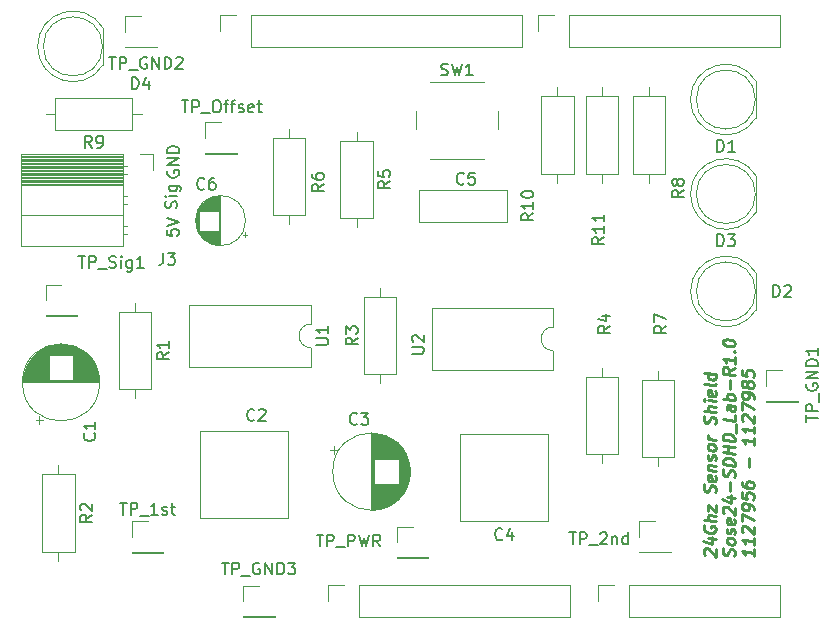
<source format=gbr>
%TF.GenerationSoftware,KiCad,Pcbnew,8.0.2*%
%TF.CreationDate,2024-05-18T14:33:59+02:00*%
%TF.ProjectId,SDHD_Lab,53444844-5f4c-4616-922e-6b696361645f,R1.0*%
%TF.SameCoordinates,Original*%
%TF.FileFunction,Legend,Top*%
%TF.FilePolarity,Positive*%
%FSLAX46Y46*%
G04 Gerber Fmt 4.6, Leading zero omitted, Abs format (unit mm)*
G04 Created by KiCad (PCBNEW 8.0.2) date 2024-05-18 14:33:59*
%MOMM*%
%LPD*%
G01*
G04 APERTURE LIST*
%ADD10C,0.150000*%
%ADD11C,0.240000*%
%ADD12C,0.120000*%
G04 APERTURE END LIST*
D10*
X113747200Y-64185839D02*
X113794819Y-64042982D01*
X113794819Y-64042982D02*
X113794819Y-63804887D01*
X113794819Y-63804887D02*
X113747200Y-63709649D01*
X113747200Y-63709649D02*
X113699580Y-63662030D01*
X113699580Y-63662030D02*
X113604342Y-63614411D01*
X113604342Y-63614411D02*
X113509104Y-63614411D01*
X113509104Y-63614411D02*
X113413866Y-63662030D01*
X113413866Y-63662030D02*
X113366247Y-63709649D01*
X113366247Y-63709649D02*
X113318628Y-63804887D01*
X113318628Y-63804887D02*
X113271009Y-63995363D01*
X113271009Y-63995363D02*
X113223390Y-64090601D01*
X113223390Y-64090601D02*
X113175771Y-64138220D01*
X113175771Y-64138220D02*
X113080533Y-64185839D01*
X113080533Y-64185839D02*
X112985295Y-64185839D01*
X112985295Y-64185839D02*
X112890057Y-64138220D01*
X112890057Y-64138220D02*
X112842438Y-64090601D01*
X112842438Y-64090601D02*
X112794819Y-63995363D01*
X112794819Y-63995363D02*
X112794819Y-63757268D01*
X112794819Y-63757268D02*
X112842438Y-63614411D01*
X113794819Y-63185839D02*
X113128152Y-63185839D01*
X112794819Y-63185839D02*
X112842438Y-63233458D01*
X112842438Y-63233458D02*
X112890057Y-63185839D01*
X112890057Y-63185839D02*
X112842438Y-63138220D01*
X112842438Y-63138220D02*
X112794819Y-63185839D01*
X112794819Y-63185839D02*
X112890057Y-63185839D01*
X113128152Y-62281078D02*
X113937676Y-62281078D01*
X113937676Y-62281078D02*
X114032914Y-62328697D01*
X114032914Y-62328697D02*
X114080533Y-62376316D01*
X114080533Y-62376316D02*
X114128152Y-62471554D01*
X114128152Y-62471554D02*
X114128152Y-62614411D01*
X114128152Y-62614411D02*
X114080533Y-62709649D01*
X113747200Y-62281078D02*
X113794819Y-62376316D01*
X113794819Y-62376316D02*
X113794819Y-62566792D01*
X113794819Y-62566792D02*
X113747200Y-62662030D01*
X113747200Y-62662030D02*
X113699580Y-62709649D01*
X113699580Y-62709649D02*
X113604342Y-62757268D01*
X113604342Y-62757268D02*
X113318628Y-62757268D01*
X113318628Y-62757268D02*
X113223390Y-62709649D01*
X113223390Y-62709649D02*
X113175771Y-62662030D01*
X113175771Y-62662030D02*
X113128152Y-62566792D01*
X113128152Y-62566792D02*
X113128152Y-62376316D01*
X113128152Y-62376316D02*
X113175771Y-62281078D01*
X112919819Y-66012030D02*
X112919819Y-66488220D01*
X112919819Y-66488220D02*
X113396009Y-66535839D01*
X113396009Y-66535839D02*
X113348390Y-66488220D01*
X113348390Y-66488220D02*
X113300771Y-66392982D01*
X113300771Y-66392982D02*
X113300771Y-66154887D01*
X113300771Y-66154887D02*
X113348390Y-66059649D01*
X113348390Y-66059649D02*
X113396009Y-66012030D01*
X113396009Y-66012030D02*
X113491247Y-65964411D01*
X113491247Y-65964411D02*
X113729342Y-65964411D01*
X113729342Y-65964411D02*
X113824580Y-66012030D01*
X113824580Y-66012030D02*
X113872200Y-66059649D01*
X113872200Y-66059649D02*
X113919819Y-66154887D01*
X113919819Y-66154887D02*
X113919819Y-66392982D01*
X113919819Y-66392982D02*
X113872200Y-66488220D01*
X113872200Y-66488220D02*
X113824580Y-66535839D01*
X112919819Y-65678696D02*
X113919819Y-65345363D01*
X113919819Y-65345363D02*
X112919819Y-65012030D01*
X113017438Y-61039411D02*
X112969819Y-61134649D01*
X112969819Y-61134649D02*
X112969819Y-61277506D01*
X112969819Y-61277506D02*
X113017438Y-61420363D01*
X113017438Y-61420363D02*
X113112676Y-61515601D01*
X113112676Y-61515601D02*
X113207914Y-61563220D01*
X113207914Y-61563220D02*
X113398390Y-61610839D01*
X113398390Y-61610839D02*
X113541247Y-61610839D01*
X113541247Y-61610839D02*
X113731723Y-61563220D01*
X113731723Y-61563220D02*
X113826961Y-61515601D01*
X113826961Y-61515601D02*
X113922200Y-61420363D01*
X113922200Y-61420363D02*
X113969819Y-61277506D01*
X113969819Y-61277506D02*
X113969819Y-61182268D01*
X113969819Y-61182268D02*
X113922200Y-61039411D01*
X113922200Y-61039411D02*
X113874580Y-60991792D01*
X113874580Y-60991792D02*
X113541247Y-60991792D01*
X113541247Y-60991792D02*
X113541247Y-61182268D01*
X113969819Y-60563220D02*
X112969819Y-60563220D01*
X112969819Y-60563220D02*
X113969819Y-59991792D01*
X113969819Y-59991792D02*
X112969819Y-59991792D01*
X113969819Y-59515601D02*
X112969819Y-59515601D01*
X112969819Y-59515601D02*
X112969819Y-59277506D01*
X112969819Y-59277506D02*
X113017438Y-59134649D01*
X113017438Y-59134649D02*
X113112676Y-59039411D01*
X113112676Y-59039411D02*
X113207914Y-58991792D01*
X113207914Y-58991792D02*
X113398390Y-58944173D01*
X113398390Y-58944173D02*
X113541247Y-58944173D01*
X113541247Y-58944173D02*
X113731723Y-58991792D01*
X113731723Y-58991792D02*
X113826961Y-59039411D01*
X113826961Y-59039411D02*
X113922200Y-59134649D01*
X113922200Y-59134649D02*
X113969819Y-59277506D01*
X113969819Y-59277506D02*
X113969819Y-59515601D01*
D11*
X158490489Y-93544486D02*
X158442870Y-93490915D01*
X158442870Y-93490915D02*
X158395251Y-93389725D01*
X158395251Y-93389725D02*
X158395251Y-93151629D01*
X158395251Y-93151629D02*
X158442870Y-93062344D01*
X158442870Y-93062344D02*
X158490489Y-93020677D01*
X158490489Y-93020677D02*
X158585727Y-92984963D01*
X158585727Y-92984963D02*
X158680965Y-92996867D01*
X158680965Y-92996867D02*
X158823822Y-93062344D01*
X158823822Y-93062344D02*
X159395251Y-93705201D01*
X159395251Y-93705201D02*
X159395251Y-93086153D01*
X158728584Y-92145677D02*
X159395251Y-92229010D01*
X158347632Y-92336153D02*
X159061917Y-92663534D01*
X159061917Y-92663534D02*
X159061917Y-92044486D01*
X158442870Y-91062344D02*
X158395251Y-91151629D01*
X158395251Y-91151629D02*
X158395251Y-91294486D01*
X158395251Y-91294486D02*
X158442870Y-91443296D01*
X158442870Y-91443296D02*
X158538108Y-91550439D01*
X158538108Y-91550439D02*
X158633346Y-91609963D01*
X158633346Y-91609963D02*
X158823822Y-91681391D01*
X158823822Y-91681391D02*
X158966679Y-91699248D01*
X158966679Y-91699248D02*
X159157155Y-91675439D01*
X159157155Y-91675439D02*
X159252393Y-91639724D01*
X159252393Y-91639724D02*
X159347632Y-91556391D01*
X159347632Y-91556391D02*
X159395251Y-91419486D01*
X159395251Y-91419486D02*
X159395251Y-91324248D01*
X159395251Y-91324248D02*
X159347632Y-91175439D01*
X159347632Y-91175439D02*
X159300012Y-91121867D01*
X159300012Y-91121867D02*
X158966679Y-91080201D01*
X158966679Y-91080201D02*
X158966679Y-91270677D01*
X159395251Y-90705201D02*
X158395251Y-90580201D01*
X159395251Y-90276629D02*
X158871441Y-90211153D01*
X158871441Y-90211153D02*
X158776203Y-90246867D01*
X158776203Y-90246867D02*
X158728584Y-90336153D01*
X158728584Y-90336153D02*
X158728584Y-90479010D01*
X158728584Y-90479010D02*
X158776203Y-90580201D01*
X158776203Y-90580201D02*
X158823822Y-90633772D01*
X158728584Y-89812343D02*
X158728584Y-89288534D01*
X158728584Y-89288534D02*
X159395251Y-89895677D01*
X159395251Y-89895677D02*
X159395251Y-89371867D01*
X159347632Y-88270676D02*
X159395251Y-88133772D01*
X159395251Y-88133772D02*
X159395251Y-87895676D01*
X159395251Y-87895676D02*
X159347632Y-87794486D01*
X159347632Y-87794486D02*
X159300012Y-87740914D01*
X159300012Y-87740914D02*
X159204774Y-87681391D01*
X159204774Y-87681391D02*
X159109536Y-87669486D01*
X159109536Y-87669486D02*
X159014298Y-87705200D01*
X159014298Y-87705200D02*
X158966679Y-87746867D01*
X158966679Y-87746867D02*
X158919060Y-87836153D01*
X158919060Y-87836153D02*
X158871441Y-88020676D01*
X158871441Y-88020676D02*
X158823822Y-88109962D01*
X158823822Y-88109962D02*
X158776203Y-88151629D01*
X158776203Y-88151629D02*
X158680965Y-88187343D01*
X158680965Y-88187343D02*
X158585727Y-88175438D01*
X158585727Y-88175438D02*
X158490489Y-88115914D01*
X158490489Y-88115914D02*
X158442870Y-88062343D01*
X158442870Y-88062343D02*
X158395251Y-87961153D01*
X158395251Y-87961153D02*
X158395251Y-87723057D01*
X158395251Y-87723057D02*
X158442870Y-87586153D01*
X159347632Y-86889724D02*
X159395251Y-86990914D01*
X159395251Y-86990914D02*
X159395251Y-87181391D01*
X159395251Y-87181391D02*
X159347632Y-87270676D01*
X159347632Y-87270676D02*
X159252393Y-87306391D01*
X159252393Y-87306391D02*
X158871441Y-87258772D01*
X158871441Y-87258772D02*
X158776203Y-87199248D01*
X158776203Y-87199248D02*
X158728584Y-87098057D01*
X158728584Y-87098057D02*
X158728584Y-86907581D01*
X158728584Y-86907581D02*
X158776203Y-86818295D01*
X158776203Y-86818295D02*
X158871441Y-86782581D01*
X158871441Y-86782581D02*
X158966679Y-86794486D01*
X158966679Y-86794486D02*
X159061917Y-87282581D01*
X158728584Y-86336152D02*
X159395251Y-86419486D01*
X158823822Y-86348057D02*
X158776203Y-86294486D01*
X158776203Y-86294486D02*
X158728584Y-86193295D01*
X158728584Y-86193295D02*
X158728584Y-86050438D01*
X158728584Y-86050438D02*
X158776203Y-85961152D01*
X158776203Y-85961152D02*
X158871441Y-85925438D01*
X158871441Y-85925438D02*
X159395251Y-85990914D01*
X159347632Y-85556390D02*
X159395251Y-85467105D01*
X159395251Y-85467105D02*
X159395251Y-85276628D01*
X159395251Y-85276628D02*
X159347632Y-85175438D01*
X159347632Y-85175438D02*
X159252393Y-85115914D01*
X159252393Y-85115914D02*
X159204774Y-85109962D01*
X159204774Y-85109962D02*
X159109536Y-85145676D01*
X159109536Y-85145676D02*
X159061917Y-85234962D01*
X159061917Y-85234962D02*
X159061917Y-85377819D01*
X159061917Y-85377819D02*
X159014298Y-85467105D01*
X159014298Y-85467105D02*
X158919060Y-85502819D01*
X158919060Y-85502819D02*
X158871441Y-85496867D01*
X158871441Y-85496867D02*
X158776203Y-85437343D01*
X158776203Y-85437343D02*
X158728584Y-85336152D01*
X158728584Y-85336152D02*
X158728584Y-85193295D01*
X158728584Y-85193295D02*
X158776203Y-85104009D01*
X159395251Y-84562343D02*
X159347632Y-84651628D01*
X159347632Y-84651628D02*
X159300012Y-84693295D01*
X159300012Y-84693295D02*
X159204774Y-84729009D01*
X159204774Y-84729009D02*
X158919060Y-84693295D01*
X158919060Y-84693295D02*
X158823822Y-84633771D01*
X158823822Y-84633771D02*
X158776203Y-84580200D01*
X158776203Y-84580200D02*
X158728584Y-84479009D01*
X158728584Y-84479009D02*
X158728584Y-84336152D01*
X158728584Y-84336152D02*
X158776203Y-84246866D01*
X158776203Y-84246866D02*
X158823822Y-84205200D01*
X158823822Y-84205200D02*
X158919060Y-84169485D01*
X158919060Y-84169485D02*
X159204774Y-84205200D01*
X159204774Y-84205200D02*
X159300012Y-84264723D01*
X159300012Y-84264723D02*
X159347632Y-84318295D01*
X159347632Y-84318295D02*
X159395251Y-84419485D01*
X159395251Y-84419485D02*
X159395251Y-84562343D01*
X159395251Y-83800438D02*
X158728584Y-83717104D01*
X158919060Y-83740914D02*
X158823822Y-83681390D01*
X158823822Y-83681390D02*
X158776203Y-83627819D01*
X158776203Y-83627819D02*
X158728584Y-83526628D01*
X158728584Y-83526628D02*
X158728584Y-83431390D01*
X159347632Y-82461151D02*
X159395251Y-82324247D01*
X159395251Y-82324247D02*
X159395251Y-82086151D01*
X159395251Y-82086151D02*
X159347632Y-81984961D01*
X159347632Y-81984961D02*
X159300012Y-81931389D01*
X159300012Y-81931389D02*
X159204774Y-81871866D01*
X159204774Y-81871866D02*
X159109536Y-81859961D01*
X159109536Y-81859961D02*
X159014298Y-81895675D01*
X159014298Y-81895675D02*
X158966679Y-81937342D01*
X158966679Y-81937342D02*
X158919060Y-82026628D01*
X158919060Y-82026628D02*
X158871441Y-82211151D01*
X158871441Y-82211151D02*
X158823822Y-82300437D01*
X158823822Y-82300437D02*
X158776203Y-82342104D01*
X158776203Y-82342104D02*
X158680965Y-82377818D01*
X158680965Y-82377818D02*
X158585727Y-82365913D01*
X158585727Y-82365913D02*
X158490489Y-82306389D01*
X158490489Y-82306389D02*
X158442870Y-82252818D01*
X158442870Y-82252818D02*
X158395251Y-82151628D01*
X158395251Y-82151628D02*
X158395251Y-81913532D01*
X158395251Y-81913532D02*
X158442870Y-81776628D01*
X159395251Y-81467104D02*
X158395251Y-81342104D01*
X159395251Y-81038532D02*
X158871441Y-80973056D01*
X158871441Y-80973056D02*
X158776203Y-81008770D01*
X158776203Y-81008770D02*
X158728584Y-81098056D01*
X158728584Y-81098056D02*
X158728584Y-81240913D01*
X158728584Y-81240913D02*
X158776203Y-81342104D01*
X158776203Y-81342104D02*
X158823822Y-81395675D01*
X159395251Y-80562342D02*
X158728584Y-80479008D01*
X158395251Y-80437342D02*
X158442870Y-80490913D01*
X158442870Y-80490913D02*
X158490489Y-80449246D01*
X158490489Y-80449246D02*
X158442870Y-80395675D01*
X158442870Y-80395675D02*
X158395251Y-80437342D01*
X158395251Y-80437342D02*
X158490489Y-80449246D01*
X159347632Y-79699247D02*
X159395251Y-79800437D01*
X159395251Y-79800437D02*
X159395251Y-79990914D01*
X159395251Y-79990914D02*
X159347632Y-80080199D01*
X159347632Y-80080199D02*
X159252393Y-80115914D01*
X159252393Y-80115914D02*
X158871441Y-80068295D01*
X158871441Y-80068295D02*
X158776203Y-80008771D01*
X158776203Y-80008771D02*
X158728584Y-79907580D01*
X158728584Y-79907580D02*
X158728584Y-79717104D01*
X158728584Y-79717104D02*
X158776203Y-79627818D01*
X158776203Y-79627818D02*
X158871441Y-79592104D01*
X158871441Y-79592104D02*
X158966679Y-79604009D01*
X158966679Y-79604009D02*
X159061917Y-80092104D01*
X159395251Y-79086152D02*
X159347632Y-79175437D01*
X159347632Y-79175437D02*
X159252393Y-79211152D01*
X159252393Y-79211152D02*
X158395251Y-79104009D01*
X159395251Y-78276627D02*
X158395251Y-78151627D01*
X159347632Y-78270675D02*
X159395251Y-78371865D01*
X159395251Y-78371865D02*
X159395251Y-78562342D01*
X159395251Y-78562342D02*
X159347632Y-78651627D01*
X159347632Y-78651627D02*
X159300012Y-78693294D01*
X159300012Y-78693294D02*
X159204774Y-78729008D01*
X159204774Y-78729008D02*
X158919060Y-78693294D01*
X158919060Y-78693294D02*
X158823822Y-78633770D01*
X158823822Y-78633770D02*
X158776203Y-78580199D01*
X158776203Y-78580199D02*
X158728584Y-78479008D01*
X158728584Y-78479008D02*
X158728584Y-78288532D01*
X158728584Y-78288532D02*
X158776203Y-78199246D01*
X160957576Y-93651629D02*
X161005195Y-93514725D01*
X161005195Y-93514725D02*
X161005195Y-93276629D01*
X161005195Y-93276629D02*
X160957576Y-93175439D01*
X160957576Y-93175439D02*
X160909956Y-93121867D01*
X160909956Y-93121867D02*
X160814718Y-93062344D01*
X160814718Y-93062344D02*
X160719480Y-93050439D01*
X160719480Y-93050439D02*
X160624242Y-93086153D01*
X160624242Y-93086153D02*
X160576623Y-93127820D01*
X160576623Y-93127820D02*
X160529004Y-93217106D01*
X160529004Y-93217106D02*
X160481385Y-93401629D01*
X160481385Y-93401629D02*
X160433766Y-93490915D01*
X160433766Y-93490915D02*
X160386147Y-93532582D01*
X160386147Y-93532582D02*
X160290909Y-93568296D01*
X160290909Y-93568296D02*
X160195671Y-93556391D01*
X160195671Y-93556391D02*
X160100433Y-93496867D01*
X160100433Y-93496867D02*
X160052814Y-93443296D01*
X160052814Y-93443296D02*
X160005195Y-93342106D01*
X160005195Y-93342106D02*
X160005195Y-93104010D01*
X160005195Y-93104010D02*
X160052814Y-92967106D01*
X161005195Y-92514725D02*
X160957576Y-92604010D01*
X160957576Y-92604010D02*
X160909956Y-92645677D01*
X160909956Y-92645677D02*
X160814718Y-92681391D01*
X160814718Y-92681391D02*
X160529004Y-92645677D01*
X160529004Y-92645677D02*
X160433766Y-92586153D01*
X160433766Y-92586153D02*
X160386147Y-92532582D01*
X160386147Y-92532582D02*
X160338528Y-92431391D01*
X160338528Y-92431391D02*
X160338528Y-92288534D01*
X160338528Y-92288534D02*
X160386147Y-92199248D01*
X160386147Y-92199248D02*
X160433766Y-92157582D01*
X160433766Y-92157582D02*
X160529004Y-92121867D01*
X160529004Y-92121867D02*
X160814718Y-92157582D01*
X160814718Y-92157582D02*
X160909956Y-92217105D01*
X160909956Y-92217105D02*
X160957576Y-92270677D01*
X160957576Y-92270677D02*
X161005195Y-92371867D01*
X161005195Y-92371867D02*
X161005195Y-92514725D01*
X160957576Y-91794486D02*
X161005195Y-91705201D01*
X161005195Y-91705201D02*
X161005195Y-91514724D01*
X161005195Y-91514724D02*
X160957576Y-91413534D01*
X160957576Y-91413534D02*
X160862337Y-91354010D01*
X160862337Y-91354010D02*
X160814718Y-91348058D01*
X160814718Y-91348058D02*
X160719480Y-91383772D01*
X160719480Y-91383772D02*
X160671861Y-91473058D01*
X160671861Y-91473058D02*
X160671861Y-91615915D01*
X160671861Y-91615915D02*
X160624242Y-91705201D01*
X160624242Y-91705201D02*
X160529004Y-91740915D01*
X160529004Y-91740915D02*
X160481385Y-91734963D01*
X160481385Y-91734963D02*
X160386147Y-91675439D01*
X160386147Y-91675439D02*
X160338528Y-91574248D01*
X160338528Y-91574248D02*
X160338528Y-91431391D01*
X160338528Y-91431391D02*
X160386147Y-91342105D01*
X160957576Y-90556391D02*
X161005195Y-90657581D01*
X161005195Y-90657581D02*
X161005195Y-90848058D01*
X161005195Y-90848058D02*
X160957576Y-90937343D01*
X160957576Y-90937343D02*
X160862337Y-90973058D01*
X160862337Y-90973058D02*
X160481385Y-90925439D01*
X160481385Y-90925439D02*
X160386147Y-90865915D01*
X160386147Y-90865915D02*
X160338528Y-90764724D01*
X160338528Y-90764724D02*
X160338528Y-90574248D01*
X160338528Y-90574248D02*
X160386147Y-90484962D01*
X160386147Y-90484962D02*
X160481385Y-90449248D01*
X160481385Y-90449248D02*
X160576623Y-90461153D01*
X160576623Y-90461153D02*
X160671861Y-90949248D01*
X160100433Y-90020676D02*
X160052814Y-89967105D01*
X160052814Y-89967105D02*
X160005195Y-89865915D01*
X160005195Y-89865915D02*
X160005195Y-89627819D01*
X160005195Y-89627819D02*
X160052814Y-89538534D01*
X160052814Y-89538534D02*
X160100433Y-89496867D01*
X160100433Y-89496867D02*
X160195671Y-89461153D01*
X160195671Y-89461153D02*
X160290909Y-89473057D01*
X160290909Y-89473057D02*
X160433766Y-89538534D01*
X160433766Y-89538534D02*
X161005195Y-90181391D01*
X161005195Y-90181391D02*
X161005195Y-89562343D01*
X160338528Y-88621867D02*
X161005195Y-88705200D01*
X159957576Y-88812343D02*
X160671861Y-89139724D01*
X160671861Y-89139724D02*
X160671861Y-88520676D01*
X160624242Y-88133772D02*
X160624242Y-87371867D01*
X160957576Y-86984962D02*
X161005195Y-86848058D01*
X161005195Y-86848058D02*
X161005195Y-86609962D01*
X161005195Y-86609962D02*
X160957576Y-86508772D01*
X160957576Y-86508772D02*
X160909956Y-86455200D01*
X160909956Y-86455200D02*
X160814718Y-86395677D01*
X160814718Y-86395677D02*
X160719480Y-86383772D01*
X160719480Y-86383772D02*
X160624242Y-86419486D01*
X160624242Y-86419486D02*
X160576623Y-86461153D01*
X160576623Y-86461153D02*
X160529004Y-86550439D01*
X160529004Y-86550439D02*
X160481385Y-86734962D01*
X160481385Y-86734962D02*
X160433766Y-86824248D01*
X160433766Y-86824248D02*
X160386147Y-86865915D01*
X160386147Y-86865915D02*
X160290909Y-86901629D01*
X160290909Y-86901629D02*
X160195671Y-86889724D01*
X160195671Y-86889724D02*
X160100433Y-86830200D01*
X160100433Y-86830200D02*
X160052814Y-86776629D01*
X160052814Y-86776629D02*
X160005195Y-86675439D01*
X160005195Y-86675439D02*
X160005195Y-86437343D01*
X160005195Y-86437343D02*
X160052814Y-86300439D01*
X161005195Y-85990915D02*
X160005195Y-85865915D01*
X160005195Y-85865915D02*
X160005195Y-85627819D01*
X160005195Y-85627819D02*
X160052814Y-85490915D01*
X160052814Y-85490915D02*
X160148052Y-85407581D01*
X160148052Y-85407581D02*
X160243290Y-85371867D01*
X160243290Y-85371867D02*
X160433766Y-85348058D01*
X160433766Y-85348058D02*
X160576623Y-85365915D01*
X160576623Y-85365915D02*
X160767099Y-85437343D01*
X160767099Y-85437343D02*
X160862337Y-85496867D01*
X160862337Y-85496867D02*
X160957576Y-85604010D01*
X160957576Y-85604010D02*
X161005195Y-85752819D01*
X161005195Y-85752819D02*
X161005195Y-85990915D01*
X161005195Y-84990915D02*
X160005195Y-84865915D01*
X160481385Y-84925438D02*
X160481385Y-84354010D01*
X161005195Y-84419486D02*
X160005195Y-84294486D01*
X161005195Y-83943296D02*
X160005195Y-83818296D01*
X160005195Y-83818296D02*
X160005195Y-83580200D01*
X160005195Y-83580200D02*
X160052814Y-83443296D01*
X160052814Y-83443296D02*
X160148052Y-83359962D01*
X160148052Y-83359962D02*
X160243290Y-83324248D01*
X160243290Y-83324248D02*
X160433766Y-83300439D01*
X160433766Y-83300439D02*
X160576623Y-83318296D01*
X160576623Y-83318296D02*
X160767099Y-83389724D01*
X160767099Y-83389724D02*
X160862337Y-83449248D01*
X160862337Y-83449248D02*
X160957576Y-83556391D01*
X160957576Y-83556391D02*
X161005195Y-83705200D01*
X161005195Y-83705200D02*
X161005195Y-83943296D01*
X161100433Y-83193296D02*
X161100433Y-82431391D01*
X161005195Y-81705200D02*
X161005195Y-82181391D01*
X161005195Y-82181391D02*
X160005195Y-82056391D01*
X161005195Y-80943295D02*
X160481385Y-80877819D01*
X160481385Y-80877819D02*
X160386147Y-80913533D01*
X160386147Y-80913533D02*
X160338528Y-81002819D01*
X160338528Y-81002819D02*
X160338528Y-81193295D01*
X160338528Y-81193295D02*
X160386147Y-81294486D01*
X160957576Y-80937343D02*
X161005195Y-81038533D01*
X161005195Y-81038533D02*
X161005195Y-81276629D01*
X161005195Y-81276629D02*
X160957576Y-81365914D01*
X160957576Y-81365914D02*
X160862337Y-81401629D01*
X160862337Y-81401629D02*
X160767099Y-81389724D01*
X160767099Y-81389724D02*
X160671861Y-81330200D01*
X160671861Y-81330200D02*
X160624242Y-81229010D01*
X160624242Y-81229010D02*
X160624242Y-80990914D01*
X160624242Y-80990914D02*
X160576623Y-80889724D01*
X161005195Y-80467105D02*
X160005195Y-80342105D01*
X160386147Y-80389724D02*
X160338528Y-80288533D01*
X160338528Y-80288533D02*
X160338528Y-80098057D01*
X160338528Y-80098057D02*
X160386147Y-80008771D01*
X160386147Y-80008771D02*
X160433766Y-79967105D01*
X160433766Y-79967105D02*
X160529004Y-79931390D01*
X160529004Y-79931390D02*
X160814718Y-79967105D01*
X160814718Y-79967105D02*
X160909956Y-80026628D01*
X160909956Y-80026628D02*
X160957576Y-80080200D01*
X160957576Y-80080200D02*
X161005195Y-80181390D01*
X161005195Y-80181390D02*
X161005195Y-80371867D01*
X161005195Y-80371867D02*
X160957576Y-80461152D01*
X160624242Y-79514724D02*
X160624242Y-78752819D01*
X161005195Y-77752819D02*
X160529004Y-78026629D01*
X161005195Y-78324248D02*
X160005195Y-78199248D01*
X160005195Y-78199248D02*
X160005195Y-77818295D01*
X160005195Y-77818295D02*
X160052814Y-77729010D01*
X160052814Y-77729010D02*
X160100433Y-77687343D01*
X160100433Y-77687343D02*
X160195671Y-77651629D01*
X160195671Y-77651629D02*
X160338528Y-77669486D01*
X160338528Y-77669486D02*
X160433766Y-77729010D01*
X160433766Y-77729010D02*
X160481385Y-77782581D01*
X160481385Y-77782581D02*
X160529004Y-77883771D01*
X160529004Y-77883771D02*
X160529004Y-78264724D01*
X161005195Y-76800438D02*
X161005195Y-77371867D01*
X161005195Y-77086152D02*
X160005195Y-76961152D01*
X160005195Y-76961152D02*
X160148052Y-77074248D01*
X160148052Y-77074248D02*
X160243290Y-77181391D01*
X160243290Y-77181391D02*
X160290909Y-77282581D01*
X160909956Y-76359962D02*
X160957576Y-76318295D01*
X160957576Y-76318295D02*
X161005195Y-76371867D01*
X161005195Y-76371867D02*
X160957576Y-76413533D01*
X160957576Y-76413533D02*
X160909956Y-76359962D01*
X160909956Y-76359962D02*
X161005195Y-76371867D01*
X160005195Y-75580200D02*
X160005195Y-75484962D01*
X160005195Y-75484962D02*
X160052814Y-75395677D01*
X160052814Y-75395677D02*
X160100433Y-75354010D01*
X160100433Y-75354010D02*
X160195671Y-75318296D01*
X160195671Y-75318296D02*
X160386147Y-75294486D01*
X160386147Y-75294486D02*
X160624242Y-75324248D01*
X160624242Y-75324248D02*
X160814718Y-75395677D01*
X160814718Y-75395677D02*
X160909956Y-75455200D01*
X160909956Y-75455200D02*
X160957576Y-75508772D01*
X160957576Y-75508772D02*
X161005195Y-75609962D01*
X161005195Y-75609962D02*
X161005195Y-75705200D01*
X161005195Y-75705200D02*
X160957576Y-75794486D01*
X160957576Y-75794486D02*
X160909956Y-75836153D01*
X160909956Y-75836153D02*
X160814718Y-75871867D01*
X160814718Y-75871867D02*
X160624242Y-75895677D01*
X160624242Y-75895677D02*
X160386147Y-75865915D01*
X160386147Y-75865915D02*
X160195671Y-75794486D01*
X160195671Y-75794486D02*
X160100433Y-75734962D01*
X160100433Y-75734962D02*
X160052814Y-75681391D01*
X160052814Y-75681391D02*
X160005195Y-75580200D01*
X162615139Y-93086153D02*
X162615139Y-93657582D01*
X162615139Y-93371867D02*
X161615139Y-93246867D01*
X161615139Y-93246867D02*
X161757996Y-93359963D01*
X161757996Y-93359963D02*
X161853234Y-93467106D01*
X161853234Y-93467106D02*
X161900853Y-93568296D01*
X162615139Y-92133772D02*
X162615139Y-92705201D01*
X162615139Y-92419486D02*
X161615139Y-92294486D01*
X161615139Y-92294486D02*
X161757996Y-92407582D01*
X161757996Y-92407582D02*
X161853234Y-92514725D01*
X161853234Y-92514725D02*
X161900853Y-92615915D01*
X161710377Y-91639724D02*
X161662758Y-91586153D01*
X161662758Y-91586153D02*
X161615139Y-91484963D01*
X161615139Y-91484963D02*
X161615139Y-91246867D01*
X161615139Y-91246867D02*
X161662758Y-91157582D01*
X161662758Y-91157582D02*
X161710377Y-91115915D01*
X161710377Y-91115915D02*
X161805615Y-91080201D01*
X161805615Y-91080201D02*
X161900853Y-91092105D01*
X161900853Y-91092105D02*
X162043710Y-91157582D01*
X162043710Y-91157582D02*
X162615139Y-91800439D01*
X162615139Y-91800439D02*
X162615139Y-91181391D01*
X161615139Y-90723058D02*
X161615139Y-90056391D01*
X161615139Y-90056391D02*
X162615139Y-90609963D01*
X162615139Y-89752820D02*
X162615139Y-89562343D01*
X162615139Y-89562343D02*
X162567520Y-89461153D01*
X162567520Y-89461153D02*
X162519900Y-89407582D01*
X162519900Y-89407582D02*
X162377043Y-89294486D01*
X162377043Y-89294486D02*
X162186567Y-89223058D01*
X162186567Y-89223058D02*
X161805615Y-89175439D01*
X161805615Y-89175439D02*
X161710377Y-89211153D01*
X161710377Y-89211153D02*
X161662758Y-89252820D01*
X161662758Y-89252820D02*
X161615139Y-89342105D01*
X161615139Y-89342105D02*
X161615139Y-89532582D01*
X161615139Y-89532582D02*
X161662758Y-89633772D01*
X161662758Y-89633772D02*
X161710377Y-89687343D01*
X161710377Y-89687343D02*
X161805615Y-89746867D01*
X161805615Y-89746867D02*
X162043710Y-89776629D01*
X162043710Y-89776629D02*
X162138948Y-89740915D01*
X162138948Y-89740915D02*
X162186567Y-89699248D01*
X162186567Y-89699248D02*
X162234186Y-89609962D01*
X162234186Y-89609962D02*
X162234186Y-89419486D01*
X162234186Y-89419486D02*
X162186567Y-89318296D01*
X162186567Y-89318296D02*
X162138948Y-89264724D01*
X162138948Y-89264724D02*
X162043710Y-89205201D01*
X161615139Y-88246867D02*
X161615139Y-88723058D01*
X161615139Y-88723058D02*
X162091329Y-88830201D01*
X162091329Y-88830201D02*
X162043710Y-88776629D01*
X162043710Y-88776629D02*
X161996091Y-88675439D01*
X161996091Y-88675439D02*
X161996091Y-88437343D01*
X161996091Y-88437343D02*
X162043710Y-88348058D01*
X162043710Y-88348058D02*
X162091329Y-88306391D01*
X162091329Y-88306391D02*
X162186567Y-88270677D01*
X162186567Y-88270677D02*
X162424662Y-88300439D01*
X162424662Y-88300439D02*
X162519900Y-88359962D01*
X162519900Y-88359962D02*
X162567520Y-88413534D01*
X162567520Y-88413534D02*
X162615139Y-88514724D01*
X162615139Y-88514724D02*
X162615139Y-88752820D01*
X162615139Y-88752820D02*
X162567520Y-88842105D01*
X162567520Y-88842105D02*
X162519900Y-88883772D01*
X161615139Y-87342105D02*
X161615139Y-87532581D01*
X161615139Y-87532581D02*
X161662758Y-87633772D01*
X161662758Y-87633772D02*
X161710377Y-87687343D01*
X161710377Y-87687343D02*
X161853234Y-87800439D01*
X161853234Y-87800439D02*
X162043710Y-87871867D01*
X162043710Y-87871867D02*
X162424662Y-87919486D01*
X162424662Y-87919486D02*
X162519900Y-87883772D01*
X162519900Y-87883772D02*
X162567520Y-87842105D01*
X162567520Y-87842105D02*
X162615139Y-87752820D01*
X162615139Y-87752820D02*
X162615139Y-87562343D01*
X162615139Y-87562343D02*
X162567520Y-87461153D01*
X162567520Y-87461153D02*
X162519900Y-87407581D01*
X162519900Y-87407581D02*
X162424662Y-87348058D01*
X162424662Y-87348058D02*
X162186567Y-87318296D01*
X162186567Y-87318296D02*
X162091329Y-87354010D01*
X162091329Y-87354010D02*
X162043710Y-87395677D01*
X162043710Y-87395677D02*
X161996091Y-87484962D01*
X161996091Y-87484962D02*
X161996091Y-87675439D01*
X161996091Y-87675439D02*
X162043710Y-87776629D01*
X162043710Y-87776629D02*
X162091329Y-87830200D01*
X162091329Y-87830200D02*
X162186567Y-87889724D01*
X162234186Y-86133772D02*
X162234186Y-85371867D01*
X162615139Y-83657581D02*
X162615139Y-84229010D01*
X162615139Y-83943295D02*
X161615139Y-83818295D01*
X161615139Y-83818295D02*
X161757996Y-83931391D01*
X161757996Y-83931391D02*
X161853234Y-84038534D01*
X161853234Y-84038534D02*
X161900853Y-84139724D01*
X162615139Y-82705200D02*
X162615139Y-83276629D01*
X162615139Y-82990914D02*
X161615139Y-82865914D01*
X161615139Y-82865914D02*
X161757996Y-82979010D01*
X161757996Y-82979010D02*
X161853234Y-83086153D01*
X161853234Y-83086153D02*
X161900853Y-83187343D01*
X161710377Y-82211152D02*
X161662758Y-82157581D01*
X161662758Y-82157581D02*
X161615139Y-82056391D01*
X161615139Y-82056391D02*
X161615139Y-81818295D01*
X161615139Y-81818295D02*
X161662758Y-81729010D01*
X161662758Y-81729010D02*
X161710377Y-81687343D01*
X161710377Y-81687343D02*
X161805615Y-81651629D01*
X161805615Y-81651629D02*
X161900853Y-81663533D01*
X161900853Y-81663533D02*
X162043710Y-81729010D01*
X162043710Y-81729010D02*
X162615139Y-82371867D01*
X162615139Y-82371867D02*
X162615139Y-81752819D01*
X161615139Y-81294486D02*
X161615139Y-80627819D01*
X161615139Y-80627819D02*
X162615139Y-81181391D01*
X162615139Y-80324248D02*
X162615139Y-80133771D01*
X162615139Y-80133771D02*
X162567520Y-80032581D01*
X162567520Y-80032581D02*
X162519900Y-79979010D01*
X162519900Y-79979010D02*
X162377043Y-79865914D01*
X162377043Y-79865914D02*
X162186567Y-79794486D01*
X162186567Y-79794486D02*
X161805615Y-79746867D01*
X161805615Y-79746867D02*
X161710377Y-79782581D01*
X161710377Y-79782581D02*
X161662758Y-79824248D01*
X161662758Y-79824248D02*
X161615139Y-79913533D01*
X161615139Y-79913533D02*
X161615139Y-80104010D01*
X161615139Y-80104010D02*
X161662758Y-80205200D01*
X161662758Y-80205200D02*
X161710377Y-80258771D01*
X161710377Y-80258771D02*
X161805615Y-80318295D01*
X161805615Y-80318295D02*
X162043710Y-80348057D01*
X162043710Y-80348057D02*
X162138948Y-80312343D01*
X162138948Y-80312343D02*
X162186567Y-80270676D01*
X162186567Y-80270676D02*
X162234186Y-80181390D01*
X162234186Y-80181390D02*
X162234186Y-79990914D01*
X162234186Y-79990914D02*
X162186567Y-79889724D01*
X162186567Y-79889724D02*
X162138948Y-79836152D01*
X162138948Y-79836152D02*
X162043710Y-79776629D01*
X162043710Y-79205200D02*
X161996091Y-79294486D01*
X161996091Y-79294486D02*
X161948472Y-79336152D01*
X161948472Y-79336152D02*
X161853234Y-79371867D01*
X161853234Y-79371867D02*
X161805615Y-79365914D01*
X161805615Y-79365914D02*
X161710377Y-79306390D01*
X161710377Y-79306390D02*
X161662758Y-79252819D01*
X161662758Y-79252819D02*
X161615139Y-79151629D01*
X161615139Y-79151629D02*
X161615139Y-78961152D01*
X161615139Y-78961152D02*
X161662758Y-78871867D01*
X161662758Y-78871867D02*
X161710377Y-78830200D01*
X161710377Y-78830200D02*
X161805615Y-78794486D01*
X161805615Y-78794486D02*
X161853234Y-78800438D01*
X161853234Y-78800438D02*
X161948472Y-78859962D01*
X161948472Y-78859962D02*
X161996091Y-78913533D01*
X161996091Y-78913533D02*
X162043710Y-79014724D01*
X162043710Y-79014724D02*
X162043710Y-79205200D01*
X162043710Y-79205200D02*
X162091329Y-79306390D01*
X162091329Y-79306390D02*
X162138948Y-79359962D01*
X162138948Y-79359962D02*
X162234186Y-79419486D01*
X162234186Y-79419486D02*
X162424662Y-79443295D01*
X162424662Y-79443295D02*
X162519900Y-79407581D01*
X162519900Y-79407581D02*
X162567520Y-79365914D01*
X162567520Y-79365914D02*
X162615139Y-79276629D01*
X162615139Y-79276629D02*
X162615139Y-79086152D01*
X162615139Y-79086152D02*
X162567520Y-78984962D01*
X162567520Y-78984962D02*
X162519900Y-78931390D01*
X162519900Y-78931390D02*
X162424662Y-78871867D01*
X162424662Y-78871867D02*
X162234186Y-78848057D01*
X162234186Y-78848057D02*
X162138948Y-78883771D01*
X162138948Y-78883771D02*
X162091329Y-78925438D01*
X162091329Y-78925438D02*
X162043710Y-79014724D01*
X161615139Y-77865914D02*
X161615139Y-78342105D01*
X161615139Y-78342105D02*
X162091329Y-78449248D01*
X162091329Y-78449248D02*
X162043710Y-78395676D01*
X162043710Y-78395676D02*
X161996091Y-78294486D01*
X161996091Y-78294486D02*
X161996091Y-78056390D01*
X161996091Y-78056390D02*
X162043710Y-77967105D01*
X162043710Y-77967105D02*
X162091329Y-77925438D01*
X162091329Y-77925438D02*
X162186567Y-77889724D01*
X162186567Y-77889724D02*
X162424662Y-77919486D01*
X162424662Y-77919486D02*
X162519900Y-77979009D01*
X162519900Y-77979009D02*
X162567520Y-78032581D01*
X162567520Y-78032581D02*
X162615139Y-78133771D01*
X162615139Y-78133771D02*
X162615139Y-78371867D01*
X162615139Y-78371867D02*
X162567520Y-78461152D01*
X162567520Y-78461152D02*
X162519900Y-78502819D01*
D10*
X164261905Y-71704819D02*
X164261905Y-70704819D01*
X164261905Y-70704819D02*
X164500000Y-70704819D01*
X164500000Y-70704819D02*
X164642857Y-70752438D01*
X164642857Y-70752438D02*
X164738095Y-70847676D01*
X164738095Y-70847676D02*
X164785714Y-70942914D01*
X164785714Y-70942914D02*
X164833333Y-71133390D01*
X164833333Y-71133390D02*
X164833333Y-71276247D01*
X164833333Y-71276247D02*
X164785714Y-71466723D01*
X164785714Y-71466723D02*
X164738095Y-71561961D01*
X164738095Y-71561961D02*
X164642857Y-71657200D01*
X164642857Y-71657200D02*
X164500000Y-71704819D01*
X164500000Y-71704819D02*
X164261905Y-71704819D01*
X165214286Y-70800057D02*
X165261905Y-70752438D01*
X165261905Y-70752438D02*
X165357143Y-70704819D01*
X165357143Y-70704819D02*
X165595238Y-70704819D01*
X165595238Y-70704819D02*
X165690476Y-70752438D01*
X165690476Y-70752438D02*
X165738095Y-70800057D01*
X165738095Y-70800057D02*
X165785714Y-70895295D01*
X165785714Y-70895295D02*
X165785714Y-70990533D01*
X165785714Y-70990533D02*
X165738095Y-71133390D01*
X165738095Y-71133390D02*
X165166667Y-71704819D01*
X165166667Y-71704819D02*
X165785714Y-71704819D01*
X105440476Y-68254819D02*
X106011904Y-68254819D01*
X105726190Y-69254819D02*
X105726190Y-68254819D01*
X106345238Y-69254819D02*
X106345238Y-68254819D01*
X106345238Y-68254819D02*
X106726190Y-68254819D01*
X106726190Y-68254819D02*
X106821428Y-68302438D01*
X106821428Y-68302438D02*
X106869047Y-68350057D01*
X106869047Y-68350057D02*
X106916666Y-68445295D01*
X106916666Y-68445295D02*
X106916666Y-68588152D01*
X106916666Y-68588152D02*
X106869047Y-68683390D01*
X106869047Y-68683390D02*
X106821428Y-68731009D01*
X106821428Y-68731009D02*
X106726190Y-68778628D01*
X106726190Y-68778628D02*
X106345238Y-68778628D01*
X107107143Y-69350057D02*
X107869047Y-69350057D01*
X108059524Y-69207200D02*
X108202381Y-69254819D01*
X108202381Y-69254819D02*
X108440476Y-69254819D01*
X108440476Y-69254819D02*
X108535714Y-69207200D01*
X108535714Y-69207200D02*
X108583333Y-69159580D01*
X108583333Y-69159580D02*
X108630952Y-69064342D01*
X108630952Y-69064342D02*
X108630952Y-68969104D01*
X108630952Y-68969104D02*
X108583333Y-68873866D01*
X108583333Y-68873866D02*
X108535714Y-68826247D01*
X108535714Y-68826247D02*
X108440476Y-68778628D01*
X108440476Y-68778628D02*
X108250000Y-68731009D01*
X108250000Y-68731009D02*
X108154762Y-68683390D01*
X108154762Y-68683390D02*
X108107143Y-68635771D01*
X108107143Y-68635771D02*
X108059524Y-68540533D01*
X108059524Y-68540533D02*
X108059524Y-68445295D01*
X108059524Y-68445295D02*
X108107143Y-68350057D01*
X108107143Y-68350057D02*
X108154762Y-68302438D01*
X108154762Y-68302438D02*
X108250000Y-68254819D01*
X108250000Y-68254819D02*
X108488095Y-68254819D01*
X108488095Y-68254819D02*
X108630952Y-68302438D01*
X109059524Y-69254819D02*
X109059524Y-68588152D01*
X109059524Y-68254819D02*
X109011905Y-68302438D01*
X109011905Y-68302438D02*
X109059524Y-68350057D01*
X109059524Y-68350057D02*
X109107143Y-68302438D01*
X109107143Y-68302438D02*
X109059524Y-68254819D01*
X109059524Y-68254819D02*
X109059524Y-68350057D01*
X109964285Y-68588152D02*
X109964285Y-69397676D01*
X109964285Y-69397676D02*
X109916666Y-69492914D01*
X109916666Y-69492914D02*
X109869047Y-69540533D01*
X109869047Y-69540533D02*
X109773809Y-69588152D01*
X109773809Y-69588152D02*
X109630952Y-69588152D01*
X109630952Y-69588152D02*
X109535714Y-69540533D01*
X109964285Y-69207200D02*
X109869047Y-69254819D01*
X109869047Y-69254819D02*
X109678571Y-69254819D01*
X109678571Y-69254819D02*
X109583333Y-69207200D01*
X109583333Y-69207200D02*
X109535714Y-69159580D01*
X109535714Y-69159580D02*
X109488095Y-69064342D01*
X109488095Y-69064342D02*
X109488095Y-68778628D01*
X109488095Y-68778628D02*
X109535714Y-68683390D01*
X109535714Y-68683390D02*
X109583333Y-68635771D01*
X109583333Y-68635771D02*
X109678571Y-68588152D01*
X109678571Y-68588152D02*
X109869047Y-68588152D01*
X109869047Y-68588152D02*
X109964285Y-68635771D01*
X110964285Y-69254819D02*
X110392857Y-69254819D01*
X110678571Y-69254819D02*
X110678571Y-68254819D01*
X110678571Y-68254819D02*
X110583333Y-68397676D01*
X110583333Y-68397676D02*
X110488095Y-68492914D01*
X110488095Y-68492914D02*
X110392857Y-68540533D01*
X108966666Y-89149819D02*
X109538094Y-89149819D01*
X109252380Y-90149819D02*
X109252380Y-89149819D01*
X109871428Y-90149819D02*
X109871428Y-89149819D01*
X109871428Y-89149819D02*
X110252380Y-89149819D01*
X110252380Y-89149819D02*
X110347618Y-89197438D01*
X110347618Y-89197438D02*
X110395237Y-89245057D01*
X110395237Y-89245057D02*
X110442856Y-89340295D01*
X110442856Y-89340295D02*
X110442856Y-89483152D01*
X110442856Y-89483152D02*
X110395237Y-89578390D01*
X110395237Y-89578390D02*
X110347618Y-89626009D01*
X110347618Y-89626009D02*
X110252380Y-89673628D01*
X110252380Y-89673628D02*
X109871428Y-89673628D01*
X110633333Y-90245057D02*
X111395237Y-90245057D01*
X112157142Y-90149819D02*
X111585714Y-90149819D01*
X111871428Y-90149819D02*
X111871428Y-89149819D01*
X111871428Y-89149819D02*
X111776190Y-89292676D01*
X111776190Y-89292676D02*
X111680952Y-89387914D01*
X111680952Y-89387914D02*
X111585714Y-89435533D01*
X112538095Y-90102200D02*
X112633333Y-90149819D01*
X112633333Y-90149819D02*
X112823809Y-90149819D01*
X112823809Y-90149819D02*
X112919047Y-90102200D01*
X112919047Y-90102200D02*
X112966666Y-90006961D01*
X112966666Y-90006961D02*
X112966666Y-89959342D01*
X112966666Y-89959342D02*
X112919047Y-89864104D01*
X112919047Y-89864104D02*
X112823809Y-89816485D01*
X112823809Y-89816485D02*
X112680952Y-89816485D01*
X112680952Y-89816485D02*
X112585714Y-89768866D01*
X112585714Y-89768866D02*
X112538095Y-89673628D01*
X112538095Y-89673628D02*
X112538095Y-89626009D01*
X112538095Y-89626009D02*
X112585714Y-89530771D01*
X112585714Y-89530771D02*
X112680952Y-89483152D01*
X112680952Y-89483152D02*
X112823809Y-89483152D01*
X112823809Y-89483152D02*
X112919047Y-89530771D01*
X113252381Y-89483152D02*
X113633333Y-89483152D01*
X113395238Y-89149819D02*
X113395238Y-90006961D01*
X113395238Y-90006961D02*
X113442857Y-90102200D01*
X113442857Y-90102200D02*
X113538095Y-90149819D01*
X113538095Y-90149819D02*
X113633333Y-90149819D01*
X109961905Y-54129819D02*
X109961905Y-53129819D01*
X109961905Y-53129819D02*
X110200000Y-53129819D01*
X110200000Y-53129819D02*
X110342857Y-53177438D01*
X110342857Y-53177438D02*
X110438095Y-53272676D01*
X110438095Y-53272676D02*
X110485714Y-53367914D01*
X110485714Y-53367914D02*
X110533333Y-53558390D01*
X110533333Y-53558390D02*
X110533333Y-53701247D01*
X110533333Y-53701247D02*
X110485714Y-53891723D01*
X110485714Y-53891723D02*
X110438095Y-53986961D01*
X110438095Y-53986961D02*
X110342857Y-54082200D01*
X110342857Y-54082200D02*
X110200000Y-54129819D01*
X110200000Y-54129819D02*
X109961905Y-54129819D01*
X111390476Y-53463152D02*
X111390476Y-54129819D01*
X111152381Y-53082200D02*
X110914286Y-53796485D01*
X110914286Y-53796485D02*
X111533333Y-53796485D01*
X108033333Y-51404819D02*
X108604761Y-51404819D01*
X108319047Y-52404819D02*
X108319047Y-51404819D01*
X108938095Y-52404819D02*
X108938095Y-51404819D01*
X108938095Y-51404819D02*
X109319047Y-51404819D01*
X109319047Y-51404819D02*
X109414285Y-51452438D01*
X109414285Y-51452438D02*
X109461904Y-51500057D01*
X109461904Y-51500057D02*
X109509523Y-51595295D01*
X109509523Y-51595295D02*
X109509523Y-51738152D01*
X109509523Y-51738152D02*
X109461904Y-51833390D01*
X109461904Y-51833390D02*
X109414285Y-51881009D01*
X109414285Y-51881009D02*
X109319047Y-51928628D01*
X109319047Y-51928628D02*
X108938095Y-51928628D01*
X109700000Y-52500057D02*
X110461904Y-52500057D01*
X111223809Y-51452438D02*
X111128571Y-51404819D01*
X111128571Y-51404819D02*
X110985714Y-51404819D01*
X110985714Y-51404819D02*
X110842857Y-51452438D01*
X110842857Y-51452438D02*
X110747619Y-51547676D01*
X110747619Y-51547676D02*
X110700000Y-51642914D01*
X110700000Y-51642914D02*
X110652381Y-51833390D01*
X110652381Y-51833390D02*
X110652381Y-51976247D01*
X110652381Y-51976247D02*
X110700000Y-52166723D01*
X110700000Y-52166723D02*
X110747619Y-52261961D01*
X110747619Y-52261961D02*
X110842857Y-52357200D01*
X110842857Y-52357200D02*
X110985714Y-52404819D01*
X110985714Y-52404819D02*
X111080952Y-52404819D01*
X111080952Y-52404819D02*
X111223809Y-52357200D01*
X111223809Y-52357200D02*
X111271428Y-52309580D01*
X111271428Y-52309580D02*
X111271428Y-51976247D01*
X111271428Y-51976247D02*
X111080952Y-51976247D01*
X111700000Y-52404819D02*
X111700000Y-51404819D01*
X111700000Y-51404819D02*
X112271428Y-52404819D01*
X112271428Y-52404819D02*
X112271428Y-51404819D01*
X112747619Y-52404819D02*
X112747619Y-51404819D01*
X112747619Y-51404819D02*
X112985714Y-51404819D01*
X112985714Y-51404819D02*
X113128571Y-51452438D01*
X113128571Y-51452438D02*
X113223809Y-51547676D01*
X113223809Y-51547676D02*
X113271428Y-51642914D01*
X113271428Y-51642914D02*
X113319047Y-51833390D01*
X113319047Y-51833390D02*
X113319047Y-51976247D01*
X113319047Y-51976247D02*
X113271428Y-52166723D01*
X113271428Y-52166723D02*
X113223809Y-52261961D01*
X113223809Y-52261961D02*
X113128571Y-52357200D01*
X113128571Y-52357200D02*
X112985714Y-52404819D01*
X112985714Y-52404819D02*
X112747619Y-52404819D01*
X113700000Y-51500057D02*
X113747619Y-51452438D01*
X113747619Y-51452438D02*
X113842857Y-51404819D01*
X113842857Y-51404819D02*
X114080952Y-51404819D01*
X114080952Y-51404819D02*
X114176190Y-51452438D01*
X114176190Y-51452438D02*
X114223809Y-51500057D01*
X114223809Y-51500057D02*
X114271428Y-51595295D01*
X114271428Y-51595295D02*
X114271428Y-51690533D01*
X114271428Y-51690533D02*
X114223809Y-51833390D01*
X114223809Y-51833390D02*
X113652381Y-52404819D01*
X113652381Y-52404819D02*
X114271428Y-52404819D01*
X138083333Y-62109580D02*
X138035714Y-62157200D01*
X138035714Y-62157200D02*
X137892857Y-62204819D01*
X137892857Y-62204819D02*
X137797619Y-62204819D01*
X137797619Y-62204819D02*
X137654762Y-62157200D01*
X137654762Y-62157200D02*
X137559524Y-62061961D01*
X137559524Y-62061961D02*
X137511905Y-61966723D01*
X137511905Y-61966723D02*
X137464286Y-61776247D01*
X137464286Y-61776247D02*
X137464286Y-61633390D01*
X137464286Y-61633390D02*
X137511905Y-61442914D01*
X137511905Y-61442914D02*
X137559524Y-61347676D01*
X137559524Y-61347676D02*
X137654762Y-61252438D01*
X137654762Y-61252438D02*
X137797619Y-61204819D01*
X137797619Y-61204819D02*
X137892857Y-61204819D01*
X137892857Y-61204819D02*
X138035714Y-61252438D01*
X138035714Y-61252438D02*
X138083333Y-61300057D01*
X138988095Y-61204819D02*
X138511905Y-61204819D01*
X138511905Y-61204819D02*
X138464286Y-61681009D01*
X138464286Y-61681009D02*
X138511905Y-61633390D01*
X138511905Y-61633390D02*
X138607143Y-61585771D01*
X138607143Y-61585771D02*
X138845238Y-61585771D01*
X138845238Y-61585771D02*
X138940476Y-61633390D01*
X138940476Y-61633390D02*
X138988095Y-61681009D01*
X138988095Y-61681009D02*
X139035714Y-61776247D01*
X139035714Y-61776247D02*
X139035714Y-62014342D01*
X139035714Y-62014342D02*
X138988095Y-62109580D01*
X138988095Y-62109580D02*
X138940476Y-62157200D01*
X138940476Y-62157200D02*
X138845238Y-62204819D01*
X138845238Y-62204819D02*
X138607143Y-62204819D01*
X138607143Y-62204819D02*
X138511905Y-62157200D01*
X138511905Y-62157200D02*
X138464286Y-62109580D01*
X126204819Y-62166666D02*
X125728628Y-62499999D01*
X126204819Y-62738094D02*
X125204819Y-62738094D01*
X125204819Y-62738094D02*
X125204819Y-62357142D01*
X125204819Y-62357142D02*
X125252438Y-62261904D01*
X125252438Y-62261904D02*
X125300057Y-62214285D01*
X125300057Y-62214285D02*
X125395295Y-62166666D01*
X125395295Y-62166666D02*
X125538152Y-62166666D01*
X125538152Y-62166666D02*
X125633390Y-62214285D01*
X125633390Y-62214285D02*
X125681009Y-62261904D01*
X125681009Y-62261904D02*
X125728628Y-62357142D01*
X125728628Y-62357142D02*
X125728628Y-62738094D01*
X125204819Y-61309523D02*
X125204819Y-61499999D01*
X125204819Y-61499999D02*
X125252438Y-61595237D01*
X125252438Y-61595237D02*
X125300057Y-61642856D01*
X125300057Y-61642856D02*
X125442914Y-61738094D01*
X125442914Y-61738094D02*
X125633390Y-61785713D01*
X125633390Y-61785713D02*
X126014342Y-61785713D01*
X126014342Y-61785713D02*
X126109580Y-61738094D01*
X126109580Y-61738094D02*
X126157200Y-61690475D01*
X126157200Y-61690475D02*
X126204819Y-61595237D01*
X126204819Y-61595237D02*
X126204819Y-61404761D01*
X126204819Y-61404761D02*
X126157200Y-61309523D01*
X126157200Y-61309523D02*
X126109580Y-61261904D01*
X126109580Y-61261904D02*
X126014342Y-61214285D01*
X126014342Y-61214285D02*
X125776247Y-61214285D01*
X125776247Y-61214285D02*
X125681009Y-61261904D01*
X125681009Y-61261904D02*
X125633390Y-61309523D01*
X125633390Y-61309523D02*
X125585771Y-61404761D01*
X125585771Y-61404761D02*
X125585771Y-61595237D01*
X125585771Y-61595237D02*
X125633390Y-61690475D01*
X125633390Y-61690475D02*
X125681009Y-61738094D01*
X125681009Y-61738094D02*
X125776247Y-61785713D01*
X112616666Y-67979819D02*
X112616666Y-68694104D01*
X112616666Y-68694104D02*
X112569047Y-68836961D01*
X112569047Y-68836961D02*
X112473809Y-68932200D01*
X112473809Y-68932200D02*
X112330952Y-68979819D01*
X112330952Y-68979819D02*
X112235714Y-68979819D01*
X112997619Y-67979819D02*
X113616666Y-67979819D01*
X113616666Y-67979819D02*
X113283333Y-68360771D01*
X113283333Y-68360771D02*
X113426190Y-68360771D01*
X113426190Y-68360771D02*
X113521428Y-68408390D01*
X113521428Y-68408390D02*
X113569047Y-68456009D01*
X113569047Y-68456009D02*
X113616666Y-68551247D01*
X113616666Y-68551247D02*
X113616666Y-68789342D01*
X113616666Y-68789342D02*
X113569047Y-68884580D01*
X113569047Y-68884580D02*
X113521428Y-68932200D01*
X113521428Y-68932200D02*
X113426190Y-68979819D01*
X113426190Y-68979819D02*
X113140476Y-68979819D01*
X113140476Y-68979819D02*
X113045238Y-68932200D01*
X113045238Y-68932200D02*
X112997619Y-68884580D01*
X159516905Y-59414819D02*
X159516905Y-58414819D01*
X159516905Y-58414819D02*
X159755000Y-58414819D01*
X159755000Y-58414819D02*
X159897857Y-58462438D01*
X159897857Y-58462438D02*
X159993095Y-58557676D01*
X159993095Y-58557676D02*
X160040714Y-58652914D01*
X160040714Y-58652914D02*
X160088333Y-58843390D01*
X160088333Y-58843390D02*
X160088333Y-58986247D01*
X160088333Y-58986247D02*
X160040714Y-59176723D01*
X160040714Y-59176723D02*
X159993095Y-59271961D01*
X159993095Y-59271961D02*
X159897857Y-59367200D01*
X159897857Y-59367200D02*
X159755000Y-59414819D01*
X159755000Y-59414819D02*
X159516905Y-59414819D01*
X161040714Y-59414819D02*
X160469286Y-59414819D01*
X160755000Y-59414819D02*
X160755000Y-58414819D01*
X160755000Y-58414819D02*
X160659762Y-58557676D01*
X160659762Y-58557676D02*
X160564524Y-58652914D01*
X160564524Y-58652914D02*
X160469286Y-58700533D01*
X136166667Y-52907200D02*
X136309524Y-52954819D01*
X136309524Y-52954819D02*
X136547619Y-52954819D01*
X136547619Y-52954819D02*
X136642857Y-52907200D01*
X136642857Y-52907200D02*
X136690476Y-52859580D01*
X136690476Y-52859580D02*
X136738095Y-52764342D01*
X136738095Y-52764342D02*
X136738095Y-52669104D01*
X136738095Y-52669104D02*
X136690476Y-52573866D01*
X136690476Y-52573866D02*
X136642857Y-52526247D01*
X136642857Y-52526247D02*
X136547619Y-52478628D01*
X136547619Y-52478628D02*
X136357143Y-52431009D01*
X136357143Y-52431009D02*
X136261905Y-52383390D01*
X136261905Y-52383390D02*
X136214286Y-52335771D01*
X136214286Y-52335771D02*
X136166667Y-52240533D01*
X136166667Y-52240533D02*
X136166667Y-52145295D01*
X136166667Y-52145295D02*
X136214286Y-52050057D01*
X136214286Y-52050057D02*
X136261905Y-52002438D01*
X136261905Y-52002438D02*
X136357143Y-51954819D01*
X136357143Y-51954819D02*
X136595238Y-51954819D01*
X136595238Y-51954819D02*
X136738095Y-52002438D01*
X137071429Y-51954819D02*
X137309524Y-52954819D01*
X137309524Y-52954819D02*
X137500000Y-52240533D01*
X137500000Y-52240533D02*
X137690476Y-52954819D01*
X137690476Y-52954819D02*
X137928572Y-51954819D01*
X138833333Y-52954819D02*
X138261905Y-52954819D01*
X138547619Y-52954819D02*
X138547619Y-51954819D01*
X138547619Y-51954819D02*
X138452381Y-52097676D01*
X138452381Y-52097676D02*
X138357143Y-52192914D01*
X138357143Y-52192914D02*
X138261905Y-52240533D01*
X116108333Y-62534580D02*
X116060714Y-62582200D01*
X116060714Y-62582200D02*
X115917857Y-62629819D01*
X115917857Y-62629819D02*
X115822619Y-62629819D01*
X115822619Y-62629819D02*
X115679762Y-62582200D01*
X115679762Y-62582200D02*
X115584524Y-62486961D01*
X115584524Y-62486961D02*
X115536905Y-62391723D01*
X115536905Y-62391723D02*
X115489286Y-62201247D01*
X115489286Y-62201247D02*
X115489286Y-62058390D01*
X115489286Y-62058390D02*
X115536905Y-61867914D01*
X115536905Y-61867914D02*
X115584524Y-61772676D01*
X115584524Y-61772676D02*
X115679762Y-61677438D01*
X115679762Y-61677438D02*
X115822619Y-61629819D01*
X115822619Y-61629819D02*
X115917857Y-61629819D01*
X115917857Y-61629819D02*
X116060714Y-61677438D01*
X116060714Y-61677438D02*
X116108333Y-61725057D01*
X116965476Y-61629819D02*
X116775000Y-61629819D01*
X116775000Y-61629819D02*
X116679762Y-61677438D01*
X116679762Y-61677438D02*
X116632143Y-61725057D01*
X116632143Y-61725057D02*
X116536905Y-61867914D01*
X116536905Y-61867914D02*
X116489286Y-62058390D01*
X116489286Y-62058390D02*
X116489286Y-62439342D01*
X116489286Y-62439342D02*
X116536905Y-62534580D01*
X116536905Y-62534580D02*
X116584524Y-62582200D01*
X116584524Y-62582200D02*
X116679762Y-62629819D01*
X116679762Y-62629819D02*
X116870238Y-62629819D01*
X116870238Y-62629819D02*
X116965476Y-62582200D01*
X116965476Y-62582200D02*
X117013095Y-62534580D01*
X117013095Y-62534580D02*
X117060714Y-62439342D01*
X117060714Y-62439342D02*
X117060714Y-62201247D01*
X117060714Y-62201247D02*
X117013095Y-62106009D01*
X117013095Y-62106009D02*
X116965476Y-62058390D01*
X116965476Y-62058390D02*
X116870238Y-62010771D01*
X116870238Y-62010771D02*
X116679762Y-62010771D01*
X116679762Y-62010771D02*
X116584524Y-62058390D01*
X116584524Y-62058390D02*
X116536905Y-62106009D01*
X116536905Y-62106009D02*
X116489286Y-62201247D01*
X133704819Y-76511904D02*
X134514342Y-76511904D01*
X134514342Y-76511904D02*
X134609580Y-76464285D01*
X134609580Y-76464285D02*
X134657200Y-76416666D01*
X134657200Y-76416666D02*
X134704819Y-76321428D01*
X134704819Y-76321428D02*
X134704819Y-76130952D01*
X134704819Y-76130952D02*
X134657200Y-76035714D01*
X134657200Y-76035714D02*
X134609580Y-75988095D01*
X134609580Y-75988095D02*
X134514342Y-75940476D01*
X134514342Y-75940476D02*
X133704819Y-75940476D01*
X133800057Y-75511904D02*
X133752438Y-75464285D01*
X133752438Y-75464285D02*
X133704819Y-75369047D01*
X133704819Y-75369047D02*
X133704819Y-75130952D01*
X133704819Y-75130952D02*
X133752438Y-75035714D01*
X133752438Y-75035714D02*
X133800057Y-74988095D01*
X133800057Y-74988095D02*
X133895295Y-74940476D01*
X133895295Y-74940476D02*
X133990533Y-74940476D01*
X133990533Y-74940476D02*
X134133390Y-74988095D01*
X134133390Y-74988095D02*
X134704819Y-75559523D01*
X134704819Y-75559523D02*
X134704819Y-74940476D01*
X159516905Y-67414819D02*
X159516905Y-66414819D01*
X159516905Y-66414819D02*
X159755000Y-66414819D01*
X159755000Y-66414819D02*
X159897857Y-66462438D01*
X159897857Y-66462438D02*
X159993095Y-66557676D01*
X159993095Y-66557676D02*
X160040714Y-66652914D01*
X160040714Y-66652914D02*
X160088333Y-66843390D01*
X160088333Y-66843390D02*
X160088333Y-66986247D01*
X160088333Y-66986247D02*
X160040714Y-67176723D01*
X160040714Y-67176723D02*
X159993095Y-67271961D01*
X159993095Y-67271961D02*
X159897857Y-67367200D01*
X159897857Y-67367200D02*
X159755000Y-67414819D01*
X159755000Y-67414819D02*
X159516905Y-67414819D01*
X160421667Y-66414819D02*
X161040714Y-66414819D01*
X161040714Y-66414819D02*
X160707381Y-66795771D01*
X160707381Y-66795771D02*
X160850238Y-66795771D01*
X160850238Y-66795771D02*
X160945476Y-66843390D01*
X160945476Y-66843390D02*
X160993095Y-66891009D01*
X160993095Y-66891009D02*
X161040714Y-66986247D01*
X161040714Y-66986247D02*
X161040714Y-67224342D01*
X161040714Y-67224342D02*
X160993095Y-67319580D01*
X160993095Y-67319580D02*
X160945476Y-67367200D01*
X160945476Y-67367200D02*
X160850238Y-67414819D01*
X160850238Y-67414819D02*
X160564524Y-67414819D01*
X160564524Y-67414819D02*
X160469286Y-67367200D01*
X160469286Y-67367200D02*
X160421667Y-67319580D01*
X167054819Y-82266666D02*
X167054819Y-81695238D01*
X168054819Y-81980952D02*
X167054819Y-81980952D01*
X168054819Y-81361904D02*
X167054819Y-81361904D01*
X167054819Y-81361904D02*
X167054819Y-80980952D01*
X167054819Y-80980952D02*
X167102438Y-80885714D01*
X167102438Y-80885714D02*
X167150057Y-80838095D01*
X167150057Y-80838095D02*
X167245295Y-80790476D01*
X167245295Y-80790476D02*
X167388152Y-80790476D01*
X167388152Y-80790476D02*
X167483390Y-80838095D01*
X167483390Y-80838095D02*
X167531009Y-80885714D01*
X167531009Y-80885714D02*
X167578628Y-80980952D01*
X167578628Y-80980952D02*
X167578628Y-81361904D01*
X168150057Y-80600000D02*
X168150057Y-79838095D01*
X167102438Y-79076190D02*
X167054819Y-79171428D01*
X167054819Y-79171428D02*
X167054819Y-79314285D01*
X167054819Y-79314285D02*
X167102438Y-79457142D01*
X167102438Y-79457142D02*
X167197676Y-79552380D01*
X167197676Y-79552380D02*
X167292914Y-79599999D01*
X167292914Y-79599999D02*
X167483390Y-79647618D01*
X167483390Y-79647618D02*
X167626247Y-79647618D01*
X167626247Y-79647618D02*
X167816723Y-79599999D01*
X167816723Y-79599999D02*
X167911961Y-79552380D01*
X167911961Y-79552380D02*
X168007200Y-79457142D01*
X168007200Y-79457142D02*
X168054819Y-79314285D01*
X168054819Y-79314285D02*
X168054819Y-79219047D01*
X168054819Y-79219047D02*
X168007200Y-79076190D01*
X168007200Y-79076190D02*
X167959580Y-79028571D01*
X167959580Y-79028571D02*
X167626247Y-79028571D01*
X167626247Y-79028571D02*
X167626247Y-79219047D01*
X168054819Y-78599999D02*
X167054819Y-78599999D01*
X167054819Y-78599999D02*
X168054819Y-78028571D01*
X168054819Y-78028571D02*
X167054819Y-78028571D01*
X168054819Y-77552380D02*
X167054819Y-77552380D01*
X167054819Y-77552380D02*
X167054819Y-77314285D01*
X167054819Y-77314285D02*
X167102438Y-77171428D01*
X167102438Y-77171428D02*
X167197676Y-77076190D01*
X167197676Y-77076190D02*
X167292914Y-77028571D01*
X167292914Y-77028571D02*
X167483390Y-76980952D01*
X167483390Y-76980952D02*
X167626247Y-76980952D01*
X167626247Y-76980952D02*
X167816723Y-77028571D01*
X167816723Y-77028571D02*
X167911961Y-77076190D01*
X167911961Y-77076190D02*
X168007200Y-77171428D01*
X168007200Y-77171428D02*
X168054819Y-77314285D01*
X168054819Y-77314285D02*
X168054819Y-77552380D01*
X168054819Y-76028571D02*
X168054819Y-76599999D01*
X168054819Y-76314285D02*
X167054819Y-76314285D01*
X167054819Y-76314285D02*
X167197676Y-76409523D01*
X167197676Y-76409523D02*
X167292914Y-76504761D01*
X167292914Y-76504761D02*
X167340533Y-76599999D01*
X141333333Y-92209580D02*
X141285714Y-92257200D01*
X141285714Y-92257200D02*
X141142857Y-92304819D01*
X141142857Y-92304819D02*
X141047619Y-92304819D01*
X141047619Y-92304819D02*
X140904762Y-92257200D01*
X140904762Y-92257200D02*
X140809524Y-92161961D01*
X140809524Y-92161961D02*
X140761905Y-92066723D01*
X140761905Y-92066723D02*
X140714286Y-91876247D01*
X140714286Y-91876247D02*
X140714286Y-91733390D01*
X140714286Y-91733390D02*
X140761905Y-91542914D01*
X140761905Y-91542914D02*
X140809524Y-91447676D01*
X140809524Y-91447676D02*
X140904762Y-91352438D01*
X140904762Y-91352438D02*
X141047619Y-91304819D01*
X141047619Y-91304819D02*
X141142857Y-91304819D01*
X141142857Y-91304819D02*
X141285714Y-91352438D01*
X141285714Y-91352438D02*
X141333333Y-91400057D01*
X142190476Y-91638152D02*
X142190476Y-92304819D01*
X141952381Y-91257200D02*
X141714286Y-91971485D01*
X141714286Y-91971485D02*
X142333333Y-91971485D01*
X150454819Y-74166666D02*
X149978628Y-74499999D01*
X150454819Y-74738094D02*
X149454819Y-74738094D01*
X149454819Y-74738094D02*
X149454819Y-74357142D01*
X149454819Y-74357142D02*
X149502438Y-74261904D01*
X149502438Y-74261904D02*
X149550057Y-74214285D01*
X149550057Y-74214285D02*
X149645295Y-74166666D01*
X149645295Y-74166666D02*
X149788152Y-74166666D01*
X149788152Y-74166666D02*
X149883390Y-74214285D01*
X149883390Y-74214285D02*
X149931009Y-74261904D01*
X149931009Y-74261904D02*
X149978628Y-74357142D01*
X149978628Y-74357142D02*
X149978628Y-74738094D01*
X149788152Y-73309523D02*
X150454819Y-73309523D01*
X149407200Y-73547618D02*
X150121485Y-73785713D01*
X150121485Y-73785713D02*
X150121485Y-73166666D01*
X106574819Y-90166666D02*
X106098628Y-90499999D01*
X106574819Y-90738094D02*
X105574819Y-90738094D01*
X105574819Y-90738094D02*
X105574819Y-90357142D01*
X105574819Y-90357142D02*
X105622438Y-90261904D01*
X105622438Y-90261904D02*
X105670057Y-90214285D01*
X105670057Y-90214285D02*
X105765295Y-90166666D01*
X105765295Y-90166666D02*
X105908152Y-90166666D01*
X105908152Y-90166666D02*
X106003390Y-90214285D01*
X106003390Y-90214285D02*
X106051009Y-90261904D01*
X106051009Y-90261904D02*
X106098628Y-90357142D01*
X106098628Y-90357142D02*
X106098628Y-90738094D01*
X105670057Y-89785713D02*
X105622438Y-89738094D01*
X105622438Y-89738094D02*
X105574819Y-89642856D01*
X105574819Y-89642856D02*
X105574819Y-89404761D01*
X105574819Y-89404761D02*
X105622438Y-89309523D01*
X105622438Y-89309523D02*
X105670057Y-89261904D01*
X105670057Y-89261904D02*
X105765295Y-89214285D01*
X105765295Y-89214285D02*
X105860533Y-89214285D01*
X105860533Y-89214285D02*
X106003390Y-89261904D01*
X106003390Y-89261904D02*
X106574819Y-89833332D01*
X106574819Y-89833332D02*
X106574819Y-89214285D01*
X106583333Y-59074819D02*
X106250000Y-58598628D01*
X106011905Y-59074819D02*
X106011905Y-58074819D01*
X106011905Y-58074819D02*
X106392857Y-58074819D01*
X106392857Y-58074819D02*
X106488095Y-58122438D01*
X106488095Y-58122438D02*
X106535714Y-58170057D01*
X106535714Y-58170057D02*
X106583333Y-58265295D01*
X106583333Y-58265295D02*
X106583333Y-58408152D01*
X106583333Y-58408152D02*
X106535714Y-58503390D01*
X106535714Y-58503390D02*
X106488095Y-58551009D01*
X106488095Y-58551009D02*
X106392857Y-58598628D01*
X106392857Y-58598628D02*
X106011905Y-58598628D01*
X107059524Y-59074819D02*
X107250000Y-59074819D01*
X107250000Y-59074819D02*
X107345238Y-59027200D01*
X107345238Y-59027200D02*
X107392857Y-58979580D01*
X107392857Y-58979580D02*
X107488095Y-58836723D01*
X107488095Y-58836723D02*
X107535714Y-58646247D01*
X107535714Y-58646247D02*
X107535714Y-58265295D01*
X107535714Y-58265295D02*
X107488095Y-58170057D01*
X107488095Y-58170057D02*
X107440476Y-58122438D01*
X107440476Y-58122438D02*
X107345238Y-58074819D01*
X107345238Y-58074819D02*
X107154762Y-58074819D01*
X107154762Y-58074819D02*
X107059524Y-58122438D01*
X107059524Y-58122438D02*
X107011905Y-58170057D01*
X107011905Y-58170057D02*
X106964286Y-58265295D01*
X106964286Y-58265295D02*
X106964286Y-58503390D01*
X106964286Y-58503390D02*
X107011905Y-58598628D01*
X107011905Y-58598628D02*
X107059524Y-58646247D01*
X107059524Y-58646247D02*
X107154762Y-58693866D01*
X107154762Y-58693866D02*
X107345238Y-58693866D01*
X107345238Y-58693866D02*
X107440476Y-58646247D01*
X107440476Y-58646247D02*
X107488095Y-58598628D01*
X107488095Y-58598628D02*
X107535714Y-58503390D01*
X156704819Y-62666666D02*
X156228628Y-62999999D01*
X156704819Y-63238094D02*
X155704819Y-63238094D01*
X155704819Y-63238094D02*
X155704819Y-62857142D01*
X155704819Y-62857142D02*
X155752438Y-62761904D01*
X155752438Y-62761904D02*
X155800057Y-62714285D01*
X155800057Y-62714285D02*
X155895295Y-62666666D01*
X155895295Y-62666666D02*
X156038152Y-62666666D01*
X156038152Y-62666666D02*
X156133390Y-62714285D01*
X156133390Y-62714285D02*
X156181009Y-62761904D01*
X156181009Y-62761904D02*
X156228628Y-62857142D01*
X156228628Y-62857142D02*
X156228628Y-63238094D01*
X156133390Y-62095237D02*
X156085771Y-62190475D01*
X156085771Y-62190475D02*
X156038152Y-62238094D01*
X156038152Y-62238094D02*
X155942914Y-62285713D01*
X155942914Y-62285713D02*
X155895295Y-62285713D01*
X155895295Y-62285713D02*
X155800057Y-62238094D01*
X155800057Y-62238094D02*
X155752438Y-62190475D01*
X155752438Y-62190475D02*
X155704819Y-62095237D01*
X155704819Y-62095237D02*
X155704819Y-61904761D01*
X155704819Y-61904761D02*
X155752438Y-61809523D01*
X155752438Y-61809523D02*
X155800057Y-61761904D01*
X155800057Y-61761904D02*
X155895295Y-61714285D01*
X155895295Y-61714285D02*
X155942914Y-61714285D01*
X155942914Y-61714285D02*
X156038152Y-61761904D01*
X156038152Y-61761904D02*
X156085771Y-61809523D01*
X156085771Y-61809523D02*
X156133390Y-61904761D01*
X156133390Y-61904761D02*
X156133390Y-62095237D01*
X156133390Y-62095237D02*
X156181009Y-62190475D01*
X156181009Y-62190475D02*
X156228628Y-62238094D01*
X156228628Y-62238094D02*
X156323866Y-62285713D01*
X156323866Y-62285713D02*
X156514342Y-62285713D01*
X156514342Y-62285713D02*
X156609580Y-62238094D01*
X156609580Y-62238094D02*
X156657200Y-62190475D01*
X156657200Y-62190475D02*
X156704819Y-62095237D01*
X156704819Y-62095237D02*
X156704819Y-61904761D01*
X156704819Y-61904761D02*
X156657200Y-61809523D01*
X156657200Y-61809523D02*
X156609580Y-61761904D01*
X156609580Y-61761904D02*
X156514342Y-61714285D01*
X156514342Y-61714285D02*
X156323866Y-61714285D01*
X156323866Y-61714285D02*
X156228628Y-61761904D01*
X156228628Y-61761904D02*
X156181009Y-61809523D01*
X156181009Y-61809523D02*
X156133390Y-61904761D01*
X129033333Y-82434580D02*
X128985714Y-82482200D01*
X128985714Y-82482200D02*
X128842857Y-82529819D01*
X128842857Y-82529819D02*
X128747619Y-82529819D01*
X128747619Y-82529819D02*
X128604762Y-82482200D01*
X128604762Y-82482200D02*
X128509524Y-82386961D01*
X128509524Y-82386961D02*
X128461905Y-82291723D01*
X128461905Y-82291723D02*
X128414286Y-82101247D01*
X128414286Y-82101247D02*
X128414286Y-81958390D01*
X128414286Y-81958390D02*
X128461905Y-81767914D01*
X128461905Y-81767914D02*
X128509524Y-81672676D01*
X128509524Y-81672676D02*
X128604762Y-81577438D01*
X128604762Y-81577438D02*
X128747619Y-81529819D01*
X128747619Y-81529819D02*
X128842857Y-81529819D01*
X128842857Y-81529819D02*
X128985714Y-81577438D01*
X128985714Y-81577438D02*
X129033333Y-81625057D01*
X129366667Y-81529819D02*
X129985714Y-81529819D01*
X129985714Y-81529819D02*
X129652381Y-81910771D01*
X129652381Y-81910771D02*
X129795238Y-81910771D01*
X129795238Y-81910771D02*
X129890476Y-81958390D01*
X129890476Y-81958390D02*
X129938095Y-82006009D01*
X129938095Y-82006009D02*
X129985714Y-82101247D01*
X129985714Y-82101247D02*
X129985714Y-82339342D01*
X129985714Y-82339342D02*
X129938095Y-82434580D01*
X129938095Y-82434580D02*
X129890476Y-82482200D01*
X129890476Y-82482200D02*
X129795238Y-82529819D01*
X129795238Y-82529819D02*
X129509524Y-82529819D01*
X129509524Y-82529819D02*
X129414286Y-82482200D01*
X129414286Y-82482200D02*
X129366667Y-82434580D01*
X113074819Y-76416666D02*
X112598628Y-76749999D01*
X113074819Y-76988094D02*
X112074819Y-76988094D01*
X112074819Y-76988094D02*
X112074819Y-76607142D01*
X112074819Y-76607142D02*
X112122438Y-76511904D01*
X112122438Y-76511904D02*
X112170057Y-76464285D01*
X112170057Y-76464285D02*
X112265295Y-76416666D01*
X112265295Y-76416666D02*
X112408152Y-76416666D01*
X112408152Y-76416666D02*
X112503390Y-76464285D01*
X112503390Y-76464285D02*
X112551009Y-76511904D01*
X112551009Y-76511904D02*
X112598628Y-76607142D01*
X112598628Y-76607142D02*
X112598628Y-76988094D01*
X113074819Y-75464285D02*
X113074819Y-76035713D01*
X113074819Y-75749999D02*
X112074819Y-75749999D01*
X112074819Y-75749999D02*
X112217676Y-75845237D01*
X112217676Y-75845237D02*
X112312914Y-75940475D01*
X112312914Y-75940475D02*
X112360533Y-76035713D01*
X117583333Y-94204819D02*
X118154761Y-94204819D01*
X117869047Y-95204819D02*
X117869047Y-94204819D01*
X118488095Y-95204819D02*
X118488095Y-94204819D01*
X118488095Y-94204819D02*
X118869047Y-94204819D01*
X118869047Y-94204819D02*
X118964285Y-94252438D01*
X118964285Y-94252438D02*
X119011904Y-94300057D01*
X119011904Y-94300057D02*
X119059523Y-94395295D01*
X119059523Y-94395295D02*
X119059523Y-94538152D01*
X119059523Y-94538152D02*
X119011904Y-94633390D01*
X119011904Y-94633390D02*
X118964285Y-94681009D01*
X118964285Y-94681009D02*
X118869047Y-94728628D01*
X118869047Y-94728628D02*
X118488095Y-94728628D01*
X119250000Y-95300057D02*
X120011904Y-95300057D01*
X120773809Y-94252438D02*
X120678571Y-94204819D01*
X120678571Y-94204819D02*
X120535714Y-94204819D01*
X120535714Y-94204819D02*
X120392857Y-94252438D01*
X120392857Y-94252438D02*
X120297619Y-94347676D01*
X120297619Y-94347676D02*
X120250000Y-94442914D01*
X120250000Y-94442914D02*
X120202381Y-94633390D01*
X120202381Y-94633390D02*
X120202381Y-94776247D01*
X120202381Y-94776247D02*
X120250000Y-94966723D01*
X120250000Y-94966723D02*
X120297619Y-95061961D01*
X120297619Y-95061961D02*
X120392857Y-95157200D01*
X120392857Y-95157200D02*
X120535714Y-95204819D01*
X120535714Y-95204819D02*
X120630952Y-95204819D01*
X120630952Y-95204819D02*
X120773809Y-95157200D01*
X120773809Y-95157200D02*
X120821428Y-95109580D01*
X120821428Y-95109580D02*
X120821428Y-94776247D01*
X120821428Y-94776247D02*
X120630952Y-94776247D01*
X121250000Y-95204819D02*
X121250000Y-94204819D01*
X121250000Y-94204819D02*
X121821428Y-95204819D01*
X121821428Y-95204819D02*
X121821428Y-94204819D01*
X122297619Y-95204819D02*
X122297619Y-94204819D01*
X122297619Y-94204819D02*
X122535714Y-94204819D01*
X122535714Y-94204819D02*
X122678571Y-94252438D01*
X122678571Y-94252438D02*
X122773809Y-94347676D01*
X122773809Y-94347676D02*
X122821428Y-94442914D01*
X122821428Y-94442914D02*
X122869047Y-94633390D01*
X122869047Y-94633390D02*
X122869047Y-94776247D01*
X122869047Y-94776247D02*
X122821428Y-94966723D01*
X122821428Y-94966723D02*
X122773809Y-95061961D01*
X122773809Y-95061961D02*
X122678571Y-95157200D01*
X122678571Y-95157200D02*
X122535714Y-95204819D01*
X122535714Y-95204819D02*
X122297619Y-95204819D01*
X123202381Y-94204819D02*
X123821428Y-94204819D01*
X123821428Y-94204819D02*
X123488095Y-94585771D01*
X123488095Y-94585771D02*
X123630952Y-94585771D01*
X123630952Y-94585771D02*
X123726190Y-94633390D01*
X123726190Y-94633390D02*
X123773809Y-94681009D01*
X123773809Y-94681009D02*
X123821428Y-94776247D01*
X123821428Y-94776247D02*
X123821428Y-95014342D01*
X123821428Y-95014342D02*
X123773809Y-95109580D01*
X123773809Y-95109580D02*
X123726190Y-95157200D01*
X123726190Y-95157200D02*
X123630952Y-95204819D01*
X123630952Y-95204819D02*
X123345238Y-95204819D01*
X123345238Y-95204819D02*
X123250000Y-95157200D01*
X123250000Y-95157200D02*
X123202381Y-95109580D01*
X106784580Y-83266666D02*
X106832200Y-83314285D01*
X106832200Y-83314285D02*
X106879819Y-83457142D01*
X106879819Y-83457142D02*
X106879819Y-83552380D01*
X106879819Y-83552380D02*
X106832200Y-83695237D01*
X106832200Y-83695237D02*
X106736961Y-83790475D01*
X106736961Y-83790475D02*
X106641723Y-83838094D01*
X106641723Y-83838094D02*
X106451247Y-83885713D01*
X106451247Y-83885713D02*
X106308390Y-83885713D01*
X106308390Y-83885713D02*
X106117914Y-83838094D01*
X106117914Y-83838094D02*
X106022676Y-83790475D01*
X106022676Y-83790475D02*
X105927438Y-83695237D01*
X105927438Y-83695237D02*
X105879819Y-83552380D01*
X105879819Y-83552380D02*
X105879819Y-83457142D01*
X105879819Y-83457142D02*
X105927438Y-83314285D01*
X105927438Y-83314285D02*
X105975057Y-83266666D01*
X106879819Y-82314285D02*
X106879819Y-82885713D01*
X106879819Y-82599999D02*
X105879819Y-82599999D01*
X105879819Y-82599999D02*
X106022676Y-82695237D01*
X106022676Y-82695237D02*
X106117914Y-82790475D01*
X106117914Y-82790475D02*
X106165533Y-82885713D01*
X143954819Y-64642857D02*
X143478628Y-64976190D01*
X143954819Y-65214285D02*
X142954819Y-65214285D01*
X142954819Y-65214285D02*
X142954819Y-64833333D01*
X142954819Y-64833333D02*
X143002438Y-64738095D01*
X143002438Y-64738095D02*
X143050057Y-64690476D01*
X143050057Y-64690476D02*
X143145295Y-64642857D01*
X143145295Y-64642857D02*
X143288152Y-64642857D01*
X143288152Y-64642857D02*
X143383390Y-64690476D01*
X143383390Y-64690476D02*
X143431009Y-64738095D01*
X143431009Y-64738095D02*
X143478628Y-64833333D01*
X143478628Y-64833333D02*
X143478628Y-65214285D01*
X143954819Y-63690476D02*
X143954819Y-64261904D01*
X143954819Y-63976190D02*
X142954819Y-63976190D01*
X142954819Y-63976190D02*
X143097676Y-64071428D01*
X143097676Y-64071428D02*
X143192914Y-64166666D01*
X143192914Y-64166666D02*
X143240533Y-64261904D01*
X142954819Y-63071428D02*
X142954819Y-62976190D01*
X142954819Y-62976190D02*
X143002438Y-62880952D01*
X143002438Y-62880952D02*
X143050057Y-62833333D01*
X143050057Y-62833333D02*
X143145295Y-62785714D01*
X143145295Y-62785714D02*
X143335771Y-62738095D01*
X143335771Y-62738095D02*
X143573866Y-62738095D01*
X143573866Y-62738095D02*
X143764342Y-62785714D01*
X143764342Y-62785714D02*
X143859580Y-62833333D01*
X143859580Y-62833333D02*
X143907200Y-62880952D01*
X143907200Y-62880952D02*
X143954819Y-62976190D01*
X143954819Y-62976190D02*
X143954819Y-63071428D01*
X143954819Y-63071428D02*
X143907200Y-63166666D01*
X143907200Y-63166666D02*
X143859580Y-63214285D01*
X143859580Y-63214285D02*
X143764342Y-63261904D01*
X143764342Y-63261904D02*
X143573866Y-63309523D01*
X143573866Y-63309523D02*
X143335771Y-63309523D01*
X143335771Y-63309523D02*
X143145295Y-63261904D01*
X143145295Y-63261904D02*
X143050057Y-63214285D01*
X143050057Y-63214285D02*
X143002438Y-63166666D01*
X143002438Y-63166666D02*
X142954819Y-63071428D01*
X155204819Y-74166666D02*
X154728628Y-74499999D01*
X155204819Y-74738094D02*
X154204819Y-74738094D01*
X154204819Y-74738094D02*
X154204819Y-74357142D01*
X154204819Y-74357142D02*
X154252438Y-74261904D01*
X154252438Y-74261904D02*
X154300057Y-74214285D01*
X154300057Y-74214285D02*
X154395295Y-74166666D01*
X154395295Y-74166666D02*
X154538152Y-74166666D01*
X154538152Y-74166666D02*
X154633390Y-74214285D01*
X154633390Y-74214285D02*
X154681009Y-74261904D01*
X154681009Y-74261904D02*
X154728628Y-74357142D01*
X154728628Y-74357142D02*
X154728628Y-74738094D01*
X154204819Y-73833332D02*
X154204819Y-73166666D01*
X154204819Y-73166666D02*
X155204819Y-73595237D01*
X129084819Y-75166666D02*
X128608628Y-75499999D01*
X129084819Y-75738094D02*
X128084819Y-75738094D01*
X128084819Y-75738094D02*
X128084819Y-75357142D01*
X128084819Y-75357142D02*
X128132438Y-75261904D01*
X128132438Y-75261904D02*
X128180057Y-75214285D01*
X128180057Y-75214285D02*
X128275295Y-75166666D01*
X128275295Y-75166666D02*
X128418152Y-75166666D01*
X128418152Y-75166666D02*
X128513390Y-75214285D01*
X128513390Y-75214285D02*
X128561009Y-75261904D01*
X128561009Y-75261904D02*
X128608628Y-75357142D01*
X128608628Y-75357142D02*
X128608628Y-75738094D01*
X128084819Y-74833332D02*
X128084819Y-74214285D01*
X128084819Y-74214285D02*
X128465771Y-74547618D01*
X128465771Y-74547618D02*
X128465771Y-74404761D01*
X128465771Y-74404761D02*
X128513390Y-74309523D01*
X128513390Y-74309523D02*
X128561009Y-74261904D01*
X128561009Y-74261904D02*
X128656247Y-74214285D01*
X128656247Y-74214285D02*
X128894342Y-74214285D01*
X128894342Y-74214285D02*
X128989580Y-74261904D01*
X128989580Y-74261904D02*
X129037200Y-74309523D01*
X129037200Y-74309523D02*
X129084819Y-74404761D01*
X129084819Y-74404761D02*
X129084819Y-74690475D01*
X129084819Y-74690475D02*
X129037200Y-74785713D01*
X129037200Y-74785713D02*
X128989580Y-74833332D01*
X125584819Y-75771904D02*
X126394342Y-75771904D01*
X126394342Y-75771904D02*
X126489580Y-75724285D01*
X126489580Y-75724285D02*
X126537200Y-75676666D01*
X126537200Y-75676666D02*
X126584819Y-75581428D01*
X126584819Y-75581428D02*
X126584819Y-75390952D01*
X126584819Y-75390952D02*
X126537200Y-75295714D01*
X126537200Y-75295714D02*
X126489580Y-75248095D01*
X126489580Y-75248095D02*
X126394342Y-75200476D01*
X126394342Y-75200476D02*
X125584819Y-75200476D01*
X126584819Y-74200476D02*
X126584819Y-74771904D01*
X126584819Y-74486190D02*
X125584819Y-74486190D01*
X125584819Y-74486190D02*
X125727676Y-74581428D01*
X125727676Y-74581428D02*
X125822914Y-74676666D01*
X125822914Y-74676666D02*
X125870533Y-74771904D01*
X147002381Y-91654819D02*
X147573809Y-91654819D01*
X147288095Y-92654819D02*
X147288095Y-91654819D01*
X147907143Y-92654819D02*
X147907143Y-91654819D01*
X147907143Y-91654819D02*
X148288095Y-91654819D01*
X148288095Y-91654819D02*
X148383333Y-91702438D01*
X148383333Y-91702438D02*
X148430952Y-91750057D01*
X148430952Y-91750057D02*
X148478571Y-91845295D01*
X148478571Y-91845295D02*
X148478571Y-91988152D01*
X148478571Y-91988152D02*
X148430952Y-92083390D01*
X148430952Y-92083390D02*
X148383333Y-92131009D01*
X148383333Y-92131009D02*
X148288095Y-92178628D01*
X148288095Y-92178628D02*
X147907143Y-92178628D01*
X148669048Y-92750057D02*
X149430952Y-92750057D01*
X149621429Y-91750057D02*
X149669048Y-91702438D01*
X149669048Y-91702438D02*
X149764286Y-91654819D01*
X149764286Y-91654819D02*
X150002381Y-91654819D01*
X150002381Y-91654819D02*
X150097619Y-91702438D01*
X150097619Y-91702438D02*
X150145238Y-91750057D01*
X150145238Y-91750057D02*
X150192857Y-91845295D01*
X150192857Y-91845295D02*
X150192857Y-91940533D01*
X150192857Y-91940533D02*
X150145238Y-92083390D01*
X150145238Y-92083390D02*
X149573810Y-92654819D01*
X149573810Y-92654819D02*
X150192857Y-92654819D01*
X150621429Y-91988152D02*
X150621429Y-92654819D01*
X150621429Y-92083390D02*
X150669048Y-92035771D01*
X150669048Y-92035771D02*
X150764286Y-91988152D01*
X150764286Y-91988152D02*
X150907143Y-91988152D01*
X150907143Y-91988152D02*
X151002381Y-92035771D01*
X151002381Y-92035771D02*
X151050000Y-92131009D01*
X151050000Y-92131009D02*
X151050000Y-92654819D01*
X151954762Y-92654819D02*
X151954762Y-91654819D01*
X151954762Y-92607200D02*
X151859524Y-92654819D01*
X151859524Y-92654819D02*
X151669048Y-92654819D01*
X151669048Y-92654819D02*
X151573810Y-92607200D01*
X151573810Y-92607200D02*
X151526191Y-92559580D01*
X151526191Y-92559580D02*
X151478572Y-92464342D01*
X151478572Y-92464342D02*
X151478572Y-92178628D01*
X151478572Y-92178628D02*
X151526191Y-92083390D01*
X151526191Y-92083390D02*
X151573810Y-92035771D01*
X151573810Y-92035771D02*
X151669048Y-91988152D01*
X151669048Y-91988152D02*
X151859524Y-91988152D01*
X151859524Y-91988152D02*
X151954762Y-92035771D01*
X114194047Y-55079819D02*
X114765475Y-55079819D01*
X114479761Y-56079819D02*
X114479761Y-55079819D01*
X115098809Y-56079819D02*
X115098809Y-55079819D01*
X115098809Y-55079819D02*
X115479761Y-55079819D01*
X115479761Y-55079819D02*
X115574999Y-55127438D01*
X115574999Y-55127438D02*
X115622618Y-55175057D01*
X115622618Y-55175057D02*
X115670237Y-55270295D01*
X115670237Y-55270295D02*
X115670237Y-55413152D01*
X115670237Y-55413152D02*
X115622618Y-55508390D01*
X115622618Y-55508390D02*
X115574999Y-55556009D01*
X115574999Y-55556009D02*
X115479761Y-55603628D01*
X115479761Y-55603628D02*
X115098809Y-55603628D01*
X115860714Y-56175057D02*
X116622618Y-56175057D01*
X117051190Y-55079819D02*
X117241666Y-55079819D01*
X117241666Y-55079819D02*
X117336904Y-55127438D01*
X117336904Y-55127438D02*
X117432142Y-55222676D01*
X117432142Y-55222676D02*
X117479761Y-55413152D01*
X117479761Y-55413152D02*
X117479761Y-55746485D01*
X117479761Y-55746485D02*
X117432142Y-55936961D01*
X117432142Y-55936961D02*
X117336904Y-56032200D01*
X117336904Y-56032200D02*
X117241666Y-56079819D01*
X117241666Y-56079819D02*
X117051190Y-56079819D01*
X117051190Y-56079819D02*
X116955952Y-56032200D01*
X116955952Y-56032200D02*
X116860714Y-55936961D01*
X116860714Y-55936961D02*
X116813095Y-55746485D01*
X116813095Y-55746485D02*
X116813095Y-55413152D01*
X116813095Y-55413152D02*
X116860714Y-55222676D01*
X116860714Y-55222676D02*
X116955952Y-55127438D01*
X116955952Y-55127438D02*
X117051190Y-55079819D01*
X117765476Y-55413152D02*
X118146428Y-55413152D01*
X117908333Y-56079819D02*
X117908333Y-55222676D01*
X117908333Y-55222676D02*
X117955952Y-55127438D01*
X117955952Y-55127438D02*
X118051190Y-55079819D01*
X118051190Y-55079819D02*
X118146428Y-55079819D01*
X118336905Y-55413152D02*
X118717857Y-55413152D01*
X118479762Y-56079819D02*
X118479762Y-55222676D01*
X118479762Y-55222676D02*
X118527381Y-55127438D01*
X118527381Y-55127438D02*
X118622619Y-55079819D01*
X118622619Y-55079819D02*
X118717857Y-55079819D01*
X119003572Y-56032200D02*
X119098810Y-56079819D01*
X119098810Y-56079819D02*
X119289286Y-56079819D01*
X119289286Y-56079819D02*
X119384524Y-56032200D01*
X119384524Y-56032200D02*
X119432143Y-55936961D01*
X119432143Y-55936961D02*
X119432143Y-55889342D01*
X119432143Y-55889342D02*
X119384524Y-55794104D01*
X119384524Y-55794104D02*
X119289286Y-55746485D01*
X119289286Y-55746485D02*
X119146429Y-55746485D01*
X119146429Y-55746485D02*
X119051191Y-55698866D01*
X119051191Y-55698866D02*
X119003572Y-55603628D01*
X119003572Y-55603628D02*
X119003572Y-55556009D01*
X119003572Y-55556009D02*
X119051191Y-55460771D01*
X119051191Y-55460771D02*
X119146429Y-55413152D01*
X119146429Y-55413152D02*
X119289286Y-55413152D01*
X119289286Y-55413152D02*
X119384524Y-55460771D01*
X120241667Y-56032200D02*
X120146429Y-56079819D01*
X120146429Y-56079819D02*
X119955953Y-56079819D01*
X119955953Y-56079819D02*
X119860715Y-56032200D01*
X119860715Y-56032200D02*
X119813096Y-55936961D01*
X119813096Y-55936961D02*
X119813096Y-55556009D01*
X119813096Y-55556009D02*
X119860715Y-55460771D01*
X119860715Y-55460771D02*
X119955953Y-55413152D01*
X119955953Y-55413152D02*
X120146429Y-55413152D01*
X120146429Y-55413152D02*
X120241667Y-55460771D01*
X120241667Y-55460771D02*
X120289286Y-55556009D01*
X120289286Y-55556009D02*
X120289286Y-55651247D01*
X120289286Y-55651247D02*
X119813096Y-55746485D01*
X120575001Y-55413152D02*
X120955953Y-55413152D01*
X120717858Y-55079819D02*
X120717858Y-55936961D01*
X120717858Y-55936961D02*
X120765477Y-56032200D01*
X120765477Y-56032200D02*
X120860715Y-56079819D01*
X120860715Y-56079819D02*
X120955953Y-56079819D01*
X120333333Y-82109580D02*
X120285714Y-82157200D01*
X120285714Y-82157200D02*
X120142857Y-82204819D01*
X120142857Y-82204819D02*
X120047619Y-82204819D01*
X120047619Y-82204819D02*
X119904762Y-82157200D01*
X119904762Y-82157200D02*
X119809524Y-82061961D01*
X119809524Y-82061961D02*
X119761905Y-81966723D01*
X119761905Y-81966723D02*
X119714286Y-81776247D01*
X119714286Y-81776247D02*
X119714286Y-81633390D01*
X119714286Y-81633390D02*
X119761905Y-81442914D01*
X119761905Y-81442914D02*
X119809524Y-81347676D01*
X119809524Y-81347676D02*
X119904762Y-81252438D01*
X119904762Y-81252438D02*
X120047619Y-81204819D01*
X120047619Y-81204819D02*
X120142857Y-81204819D01*
X120142857Y-81204819D02*
X120285714Y-81252438D01*
X120285714Y-81252438D02*
X120333333Y-81300057D01*
X120714286Y-81300057D02*
X120761905Y-81252438D01*
X120761905Y-81252438D02*
X120857143Y-81204819D01*
X120857143Y-81204819D02*
X121095238Y-81204819D01*
X121095238Y-81204819D02*
X121190476Y-81252438D01*
X121190476Y-81252438D02*
X121238095Y-81300057D01*
X121238095Y-81300057D02*
X121285714Y-81395295D01*
X121285714Y-81395295D02*
X121285714Y-81490533D01*
X121285714Y-81490533D02*
X121238095Y-81633390D01*
X121238095Y-81633390D02*
X120666667Y-82204819D01*
X120666667Y-82204819D02*
X121285714Y-82204819D01*
X125611905Y-91829819D02*
X126183333Y-91829819D01*
X125897619Y-92829819D02*
X125897619Y-91829819D01*
X126516667Y-92829819D02*
X126516667Y-91829819D01*
X126516667Y-91829819D02*
X126897619Y-91829819D01*
X126897619Y-91829819D02*
X126992857Y-91877438D01*
X126992857Y-91877438D02*
X127040476Y-91925057D01*
X127040476Y-91925057D02*
X127088095Y-92020295D01*
X127088095Y-92020295D02*
X127088095Y-92163152D01*
X127088095Y-92163152D02*
X127040476Y-92258390D01*
X127040476Y-92258390D02*
X126992857Y-92306009D01*
X126992857Y-92306009D02*
X126897619Y-92353628D01*
X126897619Y-92353628D02*
X126516667Y-92353628D01*
X127278572Y-92925057D02*
X128040476Y-92925057D01*
X128278572Y-92829819D02*
X128278572Y-91829819D01*
X128278572Y-91829819D02*
X128659524Y-91829819D01*
X128659524Y-91829819D02*
X128754762Y-91877438D01*
X128754762Y-91877438D02*
X128802381Y-91925057D01*
X128802381Y-91925057D02*
X128850000Y-92020295D01*
X128850000Y-92020295D02*
X128850000Y-92163152D01*
X128850000Y-92163152D02*
X128802381Y-92258390D01*
X128802381Y-92258390D02*
X128754762Y-92306009D01*
X128754762Y-92306009D02*
X128659524Y-92353628D01*
X128659524Y-92353628D02*
X128278572Y-92353628D01*
X129183334Y-91829819D02*
X129421429Y-92829819D01*
X129421429Y-92829819D02*
X129611905Y-92115533D01*
X129611905Y-92115533D02*
X129802381Y-92829819D01*
X129802381Y-92829819D02*
X130040477Y-91829819D01*
X130992857Y-92829819D02*
X130659524Y-92353628D01*
X130421429Y-92829819D02*
X130421429Y-91829819D01*
X130421429Y-91829819D02*
X130802381Y-91829819D01*
X130802381Y-91829819D02*
X130897619Y-91877438D01*
X130897619Y-91877438D02*
X130945238Y-91925057D01*
X130945238Y-91925057D02*
X130992857Y-92020295D01*
X130992857Y-92020295D02*
X130992857Y-92163152D01*
X130992857Y-92163152D02*
X130945238Y-92258390D01*
X130945238Y-92258390D02*
X130897619Y-92306009D01*
X130897619Y-92306009D02*
X130802381Y-92353628D01*
X130802381Y-92353628D02*
X130421429Y-92353628D01*
X149954819Y-66642857D02*
X149478628Y-66976190D01*
X149954819Y-67214285D02*
X148954819Y-67214285D01*
X148954819Y-67214285D02*
X148954819Y-66833333D01*
X148954819Y-66833333D02*
X149002438Y-66738095D01*
X149002438Y-66738095D02*
X149050057Y-66690476D01*
X149050057Y-66690476D02*
X149145295Y-66642857D01*
X149145295Y-66642857D02*
X149288152Y-66642857D01*
X149288152Y-66642857D02*
X149383390Y-66690476D01*
X149383390Y-66690476D02*
X149431009Y-66738095D01*
X149431009Y-66738095D02*
X149478628Y-66833333D01*
X149478628Y-66833333D02*
X149478628Y-67214285D01*
X149954819Y-65690476D02*
X149954819Y-66261904D01*
X149954819Y-65976190D02*
X148954819Y-65976190D01*
X148954819Y-65976190D02*
X149097676Y-66071428D01*
X149097676Y-66071428D02*
X149192914Y-66166666D01*
X149192914Y-66166666D02*
X149240533Y-66261904D01*
X149954819Y-64738095D02*
X149954819Y-65309523D01*
X149954819Y-65023809D02*
X148954819Y-65023809D01*
X148954819Y-65023809D02*
X149097676Y-65119047D01*
X149097676Y-65119047D02*
X149192914Y-65214285D01*
X149192914Y-65214285D02*
X149240533Y-65309523D01*
X131824819Y-61916666D02*
X131348628Y-62249999D01*
X131824819Y-62488094D02*
X130824819Y-62488094D01*
X130824819Y-62488094D02*
X130824819Y-62107142D01*
X130824819Y-62107142D02*
X130872438Y-62011904D01*
X130872438Y-62011904D02*
X130920057Y-61964285D01*
X130920057Y-61964285D02*
X131015295Y-61916666D01*
X131015295Y-61916666D02*
X131158152Y-61916666D01*
X131158152Y-61916666D02*
X131253390Y-61964285D01*
X131253390Y-61964285D02*
X131301009Y-62011904D01*
X131301009Y-62011904D02*
X131348628Y-62107142D01*
X131348628Y-62107142D02*
X131348628Y-62488094D01*
X130824819Y-61011904D02*
X130824819Y-61488094D01*
X130824819Y-61488094D02*
X131301009Y-61535713D01*
X131301009Y-61535713D02*
X131253390Y-61488094D01*
X131253390Y-61488094D02*
X131205771Y-61392856D01*
X131205771Y-61392856D02*
X131205771Y-61154761D01*
X131205771Y-61154761D02*
X131253390Y-61059523D01*
X131253390Y-61059523D02*
X131301009Y-61011904D01*
X131301009Y-61011904D02*
X131396247Y-60964285D01*
X131396247Y-60964285D02*
X131634342Y-60964285D01*
X131634342Y-60964285D02*
X131729580Y-61011904D01*
X131729580Y-61011904D02*
X131777200Y-61059523D01*
X131777200Y-61059523D02*
X131824819Y-61154761D01*
X131824819Y-61154761D02*
X131824819Y-61392856D01*
X131824819Y-61392856D02*
X131777200Y-61488094D01*
X131777200Y-61488094D02*
X131729580Y-61535713D01*
D12*
%TO.C,J1*%
X126610000Y-96130000D02*
X127940000Y-96130000D01*
X126610000Y-97460000D02*
X126610000Y-96130000D01*
X129210000Y-96130000D02*
X147050000Y-96130000D01*
X129210000Y-98790000D02*
X129210000Y-96130000D01*
X129210000Y-98790000D02*
X147050000Y-98790000D01*
X147050000Y-98790000D02*
X147050000Y-96130000D01*
%TO.C,J2*%
X149470000Y-96130000D02*
X150800000Y-96130000D01*
X149470000Y-97460000D02*
X149470000Y-96130000D01*
X152070000Y-96130000D02*
X164830000Y-96130000D01*
X152070000Y-98790000D02*
X152070000Y-96130000D01*
X152070000Y-98790000D02*
X164830000Y-98790000D01*
X164830000Y-98790000D02*
X164830000Y-96130000D01*
%TO.C,J4*%
X117466000Y-47870000D02*
X118796000Y-47870000D01*
X117466000Y-49200000D02*
X117466000Y-47870000D01*
X120066000Y-47870000D02*
X142986000Y-47870000D01*
X120066000Y-50530000D02*
X120066000Y-47870000D01*
X120066000Y-50530000D02*
X142986000Y-50530000D01*
X142986000Y-50530000D02*
X142986000Y-47870000D01*
%TO.C,J5*%
X144390000Y-47870000D02*
X145720000Y-47870000D01*
X144390000Y-49200000D02*
X144390000Y-47870000D01*
X146990000Y-47870000D02*
X164830000Y-47870000D01*
X146990000Y-50530000D02*
X146990000Y-47870000D01*
X146990000Y-50530000D02*
X164830000Y-50530000D01*
X164830000Y-50530000D02*
X164830000Y-47870000D01*
%TO.C,D2*%
X162830000Y-72795000D02*
X162830000Y-69705000D01*
X157280000Y-71250462D02*
G75*
G02*
X162830000Y-69705170I2990000J462D01*
G01*
X162830000Y-72794830D02*
G75*
G02*
X157280000Y-71249538I-2560000J1544830D01*
G01*
X162770000Y-71250000D02*
G75*
G02*
X157770000Y-71250000I-2500000J0D01*
G01*
X157770000Y-71250000D02*
G75*
G02*
X162770000Y-71250000I2500000J0D01*
G01*
%TO.C,TP_Sig1*%
X102670000Y-70670000D02*
X104000000Y-70670000D01*
X102670000Y-72000000D02*
X102670000Y-70670000D01*
X102670000Y-73270000D02*
X102670000Y-73330000D01*
X102670000Y-73270000D02*
X105330000Y-73270000D01*
X102670000Y-73330000D02*
X105330000Y-73330000D01*
X105330000Y-73270000D02*
X105330000Y-73330000D01*
%TO.C,TP_1st*%
X109970000Y-90695000D02*
X111300000Y-90695000D01*
X109970000Y-92025000D02*
X109970000Y-90695000D01*
X109970000Y-93295000D02*
X109970000Y-93355000D01*
X109970000Y-93295000D02*
X112630000Y-93295000D01*
X109970000Y-93355000D02*
X112630000Y-93355000D01*
X112630000Y-93295000D02*
X112630000Y-93355000D01*
%TO.C,D4*%
X107540000Y-52045000D02*
X107540000Y-48955000D01*
X101990000Y-50500462D02*
G75*
G02*
X107540000Y-48955170I2990000J462D01*
G01*
X107540000Y-52044830D02*
G75*
G02*
X101990000Y-50499538I-2560000J1544830D01*
G01*
X107480000Y-50500000D02*
G75*
G02*
X102480000Y-50500000I-2500000J0D01*
G01*
X102480000Y-50500000D02*
G75*
G02*
X107480000Y-50500000I2500000J0D01*
G01*
%TO.C,TP_GND2*%
X109420000Y-47920000D02*
X110750000Y-47920000D01*
X109420000Y-49250000D02*
X109420000Y-47920000D01*
X109420000Y-50520000D02*
X109420000Y-50580000D01*
X109420000Y-50520000D02*
X112080000Y-50520000D01*
X109420000Y-50580000D02*
X112080000Y-50580000D01*
X112080000Y-50520000D02*
X112080000Y-50580000D01*
%TO.C,C5*%
X134280000Y-65370000D02*
X134280000Y-62630000D01*
X141720000Y-62630000D02*
X134280000Y-62630000D01*
X141720000Y-65370000D02*
X134280000Y-65370000D01*
X141720000Y-65370000D02*
X141720000Y-62630000D01*
%TO.C,R6*%
X121880000Y-58230000D02*
X121880000Y-64770000D01*
X121880000Y-64770000D02*
X124620000Y-64770000D01*
X123250000Y-57460000D02*
X123250000Y-58230000D01*
X123250000Y-65540000D02*
X123250000Y-64770000D01*
X124620000Y-58230000D02*
X121880000Y-58230000D01*
X124620000Y-64770000D02*
X124620000Y-58230000D01*
%TO.C,J3*%
X100560000Y-59645000D02*
X100560000Y-67385000D01*
X100560000Y-59645000D02*
X109190000Y-59645000D01*
X100560000Y-59765000D02*
X109190000Y-59765000D01*
X100560000Y-59883095D02*
X109190000Y-59883095D01*
X100560000Y-60001190D02*
X109190000Y-60001190D01*
X100560000Y-60119285D02*
X109190000Y-60119285D01*
X100560000Y-60237380D02*
X109190000Y-60237380D01*
X100560000Y-60355475D02*
X109190000Y-60355475D01*
X100560000Y-60473570D02*
X109190000Y-60473570D01*
X100560000Y-60591665D02*
X109190000Y-60591665D01*
X100560000Y-60709760D02*
X109190000Y-60709760D01*
X100560000Y-60827855D02*
X109190000Y-60827855D01*
X100560000Y-60945950D02*
X109190000Y-60945950D01*
X100560000Y-61064045D02*
X109190000Y-61064045D01*
X100560000Y-61182140D02*
X109190000Y-61182140D01*
X100560000Y-61300235D02*
X109190000Y-61300235D01*
X100560000Y-61418330D02*
X109190000Y-61418330D01*
X100560000Y-61536425D02*
X109190000Y-61536425D01*
X100560000Y-61654520D02*
X109190000Y-61654520D01*
X100560000Y-61772615D02*
X109190000Y-61772615D01*
X100560000Y-61890710D02*
X109190000Y-61890710D01*
X100560000Y-62008805D02*
X109190000Y-62008805D01*
X100560000Y-62126900D02*
X109190000Y-62126900D01*
X100560000Y-62245000D02*
X109190000Y-62245000D01*
X100560000Y-64785000D02*
X109190000Y-64785000D01*
X100560000Y-67385000D02*
X109190000Y-67385000D01*
X109190000Y-59645000D02*
X109190000Y-67385000D01*
X109190000Y-60615000D02*
X109540000Y-60615000D01*
X109190000Y-61335000D02*
X109540000Y-61335000D01*
X109190000Y-63155000D02*
X109600000Y-63155000D01*
X109190000Y-63875000D02*
X109600000Y-63875000D01*
X109190000Y-65695000D02*
X109600000Y-65695000D01*
X109190000Y-66415000D02*
X109600000Y-66415000D01*
X110650000Y-59645000D02*
X111760000Y-59645000D01*
X111760000Y-59645000D02*
X111760000Y-60975000D01*
%TO.C,D1*%
X162815000Y-56545000D02*
X162815000Y-53455000D01*
X157265000Y-55000462D02*
G75*
G02*
X162815000Y-53455170I2990000J462D01*
G01*
X162815000Y-56544830D02*
G75*
G02*
X157265000Y-54999538I-2560000J1544830D01*
G01*
X162755000Y-55000000D02*
G75*
G02*
X157755000Y-55000000I-2500000J0D01*
G01*
X157755000Y-55000000D02*
G75*
G02*
X162755000Y-55000000I2500000J0D01*
G01*
%TO.C,SW1*%
X134000000Y-56000000D02*
X134000000Y-57500000D01*
X135250000Y-60000000D02*
X139750000Y-60000000D01*
X139750000Y-53500000D02*
X135250000Y-53500000D01*
X141000000Y-57500000D02*
X141000000Y-56000000D01*
%TO.C,C6*%
X115391600Y-65620000D02*
X115391600Y-64880000D01*
X115431600Y-65787000D02*
X115431600Y-64713000D01*
X115471600Y-65914000D02*
X115471600Y-64586000D01*
X115511600Y-66018000D02*
X115511600Y-64482000D01*
X115551600Y-66109000D02*
X115551600Y-64391000D01*
X115591600Y-66190000D02*
X115591600Y-64310000D01*
X115631600Y-66263000D02*
X115631600Y-64237000D01*
X115671600Y-64410000D02*
X115671600Y-64170000D01*
X115671600Y-66330000D02*
X115671600Y-66090000D01*
X115711600Y-64410000D02*
X115711600Y-64108000D01*
X115711600Y-66392000D02*
X115711600Y-66090000D01*
X115751600Y-64410000D02*
X115751600Y-64050000D01*
X115751600Y-66450000D02*
X115751600Y-66090000D01*
X115791600Y-64410000D02*
X115791600Y-63996000D01*
X115791600Y-66504000D02*
X115791600Y-66090000D01*
X115831600Y-64410000D02*
X115831600Y-63946000D01*
X115831600Y-66554000D02*
X115831600Y-66090000D01*
X115871600Y-64410000D02*
X115871600Y-63899000D01*
X115871600Y-66601000D02*
X115871600Y-66090000D01*
X115911600Y-64410000D02*
X115911600Y-63854000D01*
X115911600Y-66646000D02*
X115911600Y-66090000D01*
X115951600Y-64410000D02*
X115951600Y-63812000D01*
X115951600Y-66688000D02*
X115951600Y-66090000D01*
X115991600Y-64410000D02*
X115991600Y-63772000D01*
X115991600Y-66728000D02*
X115991600Y-66090000D01*
X116031600Y-64410000D02*
X116031600Y-63734000D01*
X116031600Y-66766000D02*
X116031600Y-66090000D01*
X116071600Y-64410000D02*
X116071600Y-63698000D01*
X116071600Y-66802000D02*
X116071600Y-66090000D01*
X116111600Y-64410000D02*
X116111600Y-63663000D01*
X116111600Y-66837000D02*
X116111600Y-66090000D01*
X116151600Y-64410000D02*
X116151600Y-63631000D01*
X116151600Y-66869000D02*
X116151600Y-66090000D01*
X116191600Y-64410000D02*
X116191600Y-63600000D01*
X116191600Y-66900000D02*
X116191600Y-66090000D01*
X116231600Y-64410000D02*
X116231600Y-63570000D01*
X116231600Y-66930000D02*
X116231600Y-66090000D01*
X116271600Y-64410000D02*
X116271600Y-63542000D01*
X116271600Y-66958000D02*
X116271600Y-66090000D01*
X116311600Y-64410000D02*
X116311600Y-63515000D01*
X116311600Y-66985000D02*
X116311600Y-66090000D01*
X116351600Y-64410000D02*
X116351600Y-63490000D01*
X116351600Y-67010000D02*
X116351600Y-66090000D01*
X116391600Y-64410000D02*
X116391600Y-63465000D01*
X116391600Y-67035000D02*
X116391600Y-66090000D01*
X116431600Y-64410000D02*
X116431600Y-63442000D01*
X116431600Y-67058000D02*
X116431600Y-66090000D01*
X116471600Y-64410000D02*
X116471600Y-63420000D01*
X116471600Y-67080000D02*
X116471600Y-66090000D01*
X116511600Y-64410000D02*
X116511600Y-63399000D01*
X116511600Y-67101000D02*
X116511600Y-66090000D01*
X116551600Y-64410000D02*
X116551600Y-63380000D01*
X116551600Y-67120000D02*
X116551600Y-66090000D01*
X116591600Y-64410000D02*
X116591600Y-63361000D01*
X116591600Y-67139000D02*
X116591600Y-66090000D01*
X116631600Y-64410000D02*
X116631600Y-63343000D01*
X116631600Y-67157000D02*
X116631600Y-66090000D01*
X116671600Y-64410000D02*
X116671600Y-63326000D01*
X116671600Y-67174000D02*
X116671600Y-66090000D01*
X116711600Y-64410000D02*
X116711600Y-63310000D01*
X116711600Y-67190000D02*
X116711600Y-66090000D01*
X116751600Y-64410000D02*
X116751600Y-63296000D01*
X116751600Y-67204000D02*
X116751600Y-66090000D01*
X116792600Y-64410000D02*
X116792600Y-63282000D01*
X116792600Y-67218000D02*
X116792600Y-66090000D01*
X116832600Y-64410000D02*
X116832600Y-63268000D01*
X116832600Y-67232000D02*
X116832600Y-66090000D01*
X116872600Y-64410000D02*
X116872600Y-63256000D01*
X116872600Y-67244000D02*
X116872600Y-66090000D01*
X116912600Y-64410000D02*
X116912600Y-63245000D01*
X116912600Y-67255000D02*
X116912600Y-66090000D01*
X116952600Y-64410000D02*
X116952600Y-63234000D01*
X116952600Y-67266000D02*
X116952600Y-66090000D01*
X116992600Y-64410000D02*
X116992600Y-63225000D01*
X116992600Y-67275000D02*
X116992600Y-66090000D01*
X117032600Y-64410000D02*
X117032600Y-63216000D01*
X117032600Y-67284000D02*
X117032600Y-66090000D01*
X117072600Y-64410000D02*
X117072600Y-63208000D01*
X117072600Y-67292000D02*
X117072600Y-66090000D01*
X117112600Y-64410000D02*
X117112600Y-63200000D01*
X117112600Y-67300000D02*
X117112600Y-66090000D01*
X117152600Y-64410000D02*
X117152600Y-63194000D01*
X117152600Y-67306000D02*
X117152600Y-66090000D01*
X117192600Y-64410000D02*
X117192600Y-63188000D01*
X117192600Y-67312000D02*
X117192600Y-66090000D01*
X117232600Y-64410000D02*
X117232600Y-63183000D01*
X117232600Y-67317000D02*
X117232600Y-66090000D01*
X117272600Y-64410000D02*
X117272600Y-63179000D01*
X117272600Y-67321000D02*
X117272600Y-66090000D01*
X117312600Y-67324000D02*
X117312600Y-63176000D01*
X117352600Y-67327000D02*
X117352600Y-63173000D01*
X117392600Y-67329000D02*
X117392600Y-63171000D01*
X117432600Y-67330000D02*
X117432600Y-63170000D01*
X117472600Y-67330000D02*
X117472600Y-63170000D01*
X119542401Y-66645000D02*
X119542401Y-66245000D01*
X119742401Y-66445000D02*
X119342401Y-66445000D01*
X119592600Y-65250000D02*
G75*
G02*
X115352600Y-65250000I-2120000J0D01*
G01*
X115352600Y-65250000D02*
G75*
G02*
X119592600Y-65250000I2120000J0D01*
G01*
%TO.C,U2*%
X135350000Y-72610000D02*
X135350000Y-77910000D01*
X135350000Y-77910000D02*
X145630000Y-77910000D01*
X145630000Y-72610000D02*
X135350000Y-72610000D01*
X145630000Y-74260000D02*
X145630000Y-72610000D01*
X145630000Y-77910000D02*
X145630000Y-76260000D01*
X145630000Y-76260000D02*
G75*
G02*
X145630000Y-74260000I0J1000000D01*
G01*
%TO.C,D3*%
X162815000Y-64545000D02*
X162815000Y-61455000D01*
X157265000Y-63000462D02*
G75*
G02*
X162815000Y-61455170I2990000J462D01*
G01*
X162815000Y-64544830D02*
G75*
G02*
X157265000Y-62999538I-2560000J1544830D01*
G01*
X162755000Y-63000000D02*
G75*
G02*
X157755000Y-63000000I-2500000J0D01*
G01*
X157755000Y-63000000D02*
G75*
G02*
X162755000Y-63000000I2500000J0D01*
G01*
%TO.C,TP_GND1*%
X163670000Y-77920000D02*
X165000000Y-77920000D01*
X163670000Y-79250000D02*
X163670000Y-77920000D01*
X163670000Y-80520000D02*
X163670000Y-80580000D01*
X163670000Y-80520000D02*
X166330000Y-80520000D01*
X163670000Y-80580000D02*
X166330000Y-80580000D01*
X166330000Y-80520000D02*
X166330000Y-80580000D01*
%TO.C,C4*%
X137780000Y-90720000D02*
X137780000Y-83280000D01*
X145220000Y-83280000D02*
X137780000Y-83280000D01*
X145220000Y-90720000D02*
X137780000Y-90720000D01*
X145220000Y-90720000D02*
X145220000Y-83280000D01*
%TO.C,R4*%
X148380000Y-78480000D02*
X148380000Y-85020000D01*
X148380000Y-85020000D02*
X151120000Y-85020000D01*
X149750000Y-77710000D02*
X149750000Y-78480000D01*
X149750000Y-85790000D02*
X149750000Y-85020000D01*
X151120000Y-78480000D02*
X148380000Y-78480000D01*
X151120000Y-85020000D02*
X151120000Y-78480000D01*
%TO.C,R2*%
X102380000Y-86730000D02*
X102380000Y-93270000D01*
X102380000Y-93270000D02*
X105120000Y-93270000D01*
X103750000Y-85960000D02*
X103750000Y-86730000D01*
X103750000Y-94040000D02*
X103750000Y-93270000D01*
X105120000Y-86730000D02*
X102380000Y-86730000D01*
X105120000Y-93270000D02*
X105120000Y-86730000D01*
%TO.C,R9*%
X102710000Y-56250000D02*
X103480000Y-56250000D01*
X103480000Y-54880000D02*
X103480000Y-57620000D01*
X103480000Y-57620000D02*
X110020000Y-57620000D01*
X110020000Y-54880000D02*
X103480000Y-54880000D01*
X110020000Y-57620000D02*
X110020000Y-54880000D01*
X110790000Y-56250000D02*
X110020000Y-56250000D01*
%TO.C,R8*%
X152380000Y-54730000D02*
X152380000Y-61270000D01*
X152380000Y-61270000D02*
X155120000Y-61270000D01*
X153750000Y-53960000D02*
X153750000Y-54730000D01*
X153750000Y-62040000D02*
X153750000Y-61270000D01*
X155120000Y-54730000D02*
X152380000Y-54730000D01*
X155120000Y-61270000D02*
X155120000Y-54730000D01*
%TO.C,C3*%
X126749759Y-84661000D02*
X127379759Y-84661000D01*
X127064759Y-84346000D02*
X127064759Y-84976000D01*
X130250000Y-83270000D02*
X130250000Y-89730000D01*
X130290000Y-83270000D02*
X130290000Y-89730000D01*
X130330000Y-83270000D02*
X130330000Y-89730000D01*
X130370000Y-83272000D02*
X130370000Y-89728000D01*
X130410000Y-83273000D02*
X130410000Y-89727000D01*
X130450000Y-83276000D02*
X130450000Y-89724000D01*
X130490000Y-83278000D02*
X130490000Y-85460000D01*
X130490000Y-87540000D02*
X130490000Y-89722000D01*
X130530000Y-83282000D02*
X130530000Y-85460000D01*
X130530000Y-87540000D02*
X130530000Y-89718000D01*
X130570000Y-83285000D02*
X130570000Y-85460000D01*
X130570000Y-87540000D02*
X130570000Y-89715000D01*
X130610000Y-83289000D02*
X130610000Y-85460000D01*
X130610000Y-87540000D02*
X130610000Y-89711000D01*
X130650000Y-83294000D02*
X130650000Y-85460000D01*
X130650000Y-87540000D02*
X130650000Y-89706000D01*
X130690000Y-83299000D02*
X130690000Y-85460000D01*
X130690000Y-87540000D02*
X130690000Y-89701000D01*
X130730000Y-83305000D02*
X130730000Y-85460000D01*
X130730000Y-87540000D02*
X130730000Y-89695000D01*
X130770000Y-83311000D02*
X130770000Y-85460000D01*
X130770000Y-87540000D02*
X130770000Y-89689000D01*
X130810000Y-83318000D02*
X130810000Y-85460000D01*
X130810000Y-87540000D02*
X130810000Y-89682000D01*
X130850000Y-83325000D02*
X130850000Y-85460000D01*
X130850000Y-87540000D02*
X130850000Y-89675000D01*
X130890000Y-83333000D02*
X130890000Y-85460000D01*
X130890000Y-87540000D02*
X130890000Y-89667000D01*
X130930000Y-83341000D02*
X130930000Y-85460000D01*
X130930000Y-87540000D02*
X130930000Y-89659000D01*
X130971000Y-83350000D02*
X130971000Y-85460000D01*
X130971000Y-87540000D02*
X130971000Y-89650000D01*
X131011000Y-83359000D02*
X131011000Y-85460000D01*
X131011000Y-87540000D02*
X131011000Y-89641000D01*
X131051000Y-83369000D02*
X131051000Y-85460000D01*
X131051000Y-87540000D02*
X131051000Y-89631000D01*
X131091000Y-83379000D02*
X131091000Y-85460000D01*
X131091000Y-87540000D02*
X131091000Y-89621000D01*
X131131000Y-83390000D02*
X131131000Y-85460000D01*
X131131000Y-87540000D02*
X131131000Y-89610000D01*
X131171000Y-83402000D02*
X131171000Y-85460000D01*
X131171000Y-87540000D02*
X131171000Y-89598000D01*
X131211000Y-83414000D02*
X131211000Y-85460000D01*
X131211000Y-87540000D02*
X131211000Y-89586000D01*
X131251000Y-83426000D02*
X131251000Y-85460000D01*
X131251000Y-87540000D02*
X131251000Y-89574000D01*
X131291000Y-83439000D02*
X131291000Y-85460000D01*
X131291000Y-87540000D02*
X131291000Y-89561000D01*
X131331000Y-83453000D02*
X131331000Y-85460000D01*
X131331000Y-87540000D02*
X131331000Y-89547000D01*
X131371000Y-83467000D02*
X131371000Y-85460000D01*
X131371000Y-87540000D02*
X131371000Y-89533000D01*
X131411000Y-83482000D02*
X131411000Y-85460000D01*
X131411000Y-87540000D02*
X131411000Y-89518000D01*
X131451000Y-83498000D02*
X131451000Y-85460000D01*
X131451000Y-87540000D02*
X131451000Y-89502000D01*
X131491000Y-83514000D02*
X131491000Y-85460000D01*
X131491000Y-87540000D02*
X131491000Y-89486000D01*
X131531000Y-83530000D02*
X131531000Y-85460000D01*
X131531000Y-87540000D02*
X131531000Y-89470000D01*
X131571000Y-83548000D02*
X131571000Y-85460000D01*
X131571000Y-87540000D02*
X131571000Y-89452000D01*
X131611000Y-83566000D02*
X131611000Y-85460000D01*
X131611000Y-87540000D02*
X131611000Y-89434000D01*
X131651000Y-83584000D02*
X131651000Y-85460000D01*
X131651000Y-87540000D02*
X131651000Y-89416000D01*
X131691000Y-83604000D02*
X131691000Y-85460000D01*
X131691000Y-87540000D02*
X131691000Y-89396000D01*
X131731000Y-83624000D02*
X131731000Y-85460000D01*
X131731000Y-87540000D02*
X131731000Y-89376000D01*
X131771000Y-83644000D02*
X131771000Y-85460000D01*
X131771000Y-87540000D02*
X131771000Y-89356000D01*
X131811000Y-83666000D02*
X131811000Y-85460000D01*
X131811000Y-87540000D02*
X131811000Y-89334000D01*
X131851000Y-83688000D02*
X131851000Y-85460000D01*
X131851000Y-87540000D02*
X131851000Y-89312000D01*
X131891000Y-83710000D02*
X131891000Y-85460000D01*
X131891000Y-87540000D02*
X131891000Y-89290000D01*
X131931000Y-83734000D02*
X131931000Y-85460000D01*
X131931000Y-87540000D02*
X131931000Y-89266000D01*
X131971000Y-83758000D02*
X131971000Y-85460000D01*
X131971000Y-87540000D02*
X131971000Y-89242000D01*
X132011000Y-83784000D02*
X132011000Y-85460000D01*
X132011000Y-87540000D02*
X132011000Y-89216000D01*
X132051000Y-83810000D02*
X132051000Y-85460000D01*
X132051000Y-87540000D02*
X132051000Y-89190000D01*
X132091000Y-83836000D02*
X132091000Y-85460000D01*
X132091000Y-87540000D02*
X132091000Y-89164000D01*
X132131000Y-83864000D02*
X132131000Y-85460000D01*
X132131000Y-87540000D02*
X132131000Y-89136000D01*
X132171000Y-83893000D02*
X132171000Y-85460000D01*
X132171000Y-87540000D02*
X132171000Y-89107000D01*
X132211000Y-83922000D02*
X132211000Y-85460000D01*
X132211000Y-87540000D02*
X132211000Y-89078000D01*
X132251000Y-83952000D02*
X132251000Y-85460000D01*
X132251000Y-87540000D02*
X132251000Y-89048000D01*
X132291000Y-83984000D02*
X132291000Y-85460000D01*
X132291000Y-87540000D02*
X132291000Y-89016000D01*
X132331000Y-84016000D02*
X132331000Y-85460000D01*
X132331000Y-87540000D02*
X132331000Y-88984000D01*
X132371000Y-84050000D02*
X132371000Y-85460000D01*
X132371000Y-87540000D02*
X132371000Y-88950000D01*
X132411000Y-84084000D02*
X132411000Y-85460000D01*
X132411000Y-87540000D02*
X132411000Y-88916000D01*
X132451000Y-84120000D02*
X132451000Y-85460000D01*
X132451000Y-87540000D02*
X132451000Y-88880000D01*
X132491000Y-84157000D02*
X132491000Y-85460000D01*
X132491000Y-87540000D02*
X132491000Y-88843000D01*
X132531000Y-84195000D02*
X132531000Y-85460000D01*
X132531000Y-87540000D02*
X132531000Y-88805000D01*
X132571000Y-84235000D02*
X132571000Y-88765000D01*
X132611000Y-84276000D02*
X132611000Y-88724000D01*
X132651000Y-84318000D02*
X132651000Y-88682000D01*
X132691000Y-84363000D02*
X132691000Y-88637000D01*
X132731000Y-84408000D02*
X132731000Y-88592000D01*
X132771000Y-84456000D02*
X132771000Y-88544000D01*
X132811000Y-84505000D02*
X132811000Y-88495000D01*
X132851000Y-84556000D02*
X132851000Y-88444000D01*
X132891000Y-84610000D02*
X132891000Y-88390000D01*
X132931000Y-84666000D02*
X132931000Y-88334000D01*
X132971000Y-84724000D02*
X132971000Y-88276000D01*
X133011000Y-84786000D02*
X133011000Y-88214000D01*
X133051000Y-84850000D02*
X133051000Y-88150000D01*
X133091000Y-84919000D02*
X133091000Y-88081000D01*
X133131000Y-84991000D02*
X133131000Y-88009000D01*
X133171000Y-85068000D02*
X133171000Y-87932000D01*
X133211000Y-85150000D02*
X133211000Y-87850000D01*
X133251000Y-85238000D02*
X133251000Y-87762000D01*
X133291000Y-85335000D02*
X133291000Y-87665000D01*
X133331000Y-85441000D02*
X133331000Y-87559000D01*
X133371000Y-85560000D02*
X133371000Y-87440000D01*
X133411000Y-85698000D02*
X133411000Y-87302000D01*
X133451000Y-85867000D02*
X133451000Y-87133000D01*
X133491000Y-86098000D02*
X133491000Y-86902000D01*
X133520000Y-86500000D02*
G75*
G02*
X126980000Y-86500000I-3270000J0D01*
G01*
X126980000Y-86500000D02*
G75*
G02*
X133520000Y-86500000I3270000J0D01*
G01*
%TO.C,R1*%
X108880000Y-72980000D02*
X108880000Y-79520000D01*
X108880000Y-79520000D02*
X111620000Y-79520000D01*
X110250000Y-72210000D02*
X110250000Y-72980000D01*
X110250000Y-80290000D02*
X110250000Y-79520000D01*
X111620000Y-72980000D02*
X108880000Y-72980000D01*
X111620000Y-79520000D02*
X111620000Y-72980000D01*
%TO.C,TP_GND3*%
X119420000Y-96170000D02*
X120750000Y-96170000D01*
X119420000Y-97500000D02*
X119420000Y-96170000D01*
X119420000Y-98770000D02*
X119420000Y-98830000D01*
X119420000Y-98770000D02*
X122080000Y-98770000D01*
X119420000Y-98830000D02*
X122080000Y-98830000D01*
X122080000Y-98770000D02*
X122080000Y-98830000D01*
%TO.C,C1*%
X100745000Y-78870000D02*
X107205000Y-78870000D01*
X100745000Y-78910000D02*
X107205000Y-78910000D01*
X100745000Y-78950000D02*
X107205000Y-78950000D01*
X100747000Y-78830000D02*
X107203000Y-78830000D01*
X100748000Y-78790000D02*
X107202000Y-78790000D01*
X100751000Y-78750000D02*
X107199000Y-78750000D01*
X100753000Y-78710000D02*
X102935000Y-78710000D01*
X100757000Y-78670000D02*
X102935000Y-78670000D01*
X100760000Y-78630000D02*
X102935000Y-78630000D01*
X100764000Y-78590000D02*
X102935000Y-78590000D01*
X100769000Y-78550000D02*
X102935000Y-78550000D01*
X100774000Y-78510000D02*
X102935000Y-78510000D01*
X100780000Y-78470000D02*
X102935000Y-78470000D01*
X100786000Y-78430000D02*
X102935000Y-78430000D01*
X100793000Y-78390000D02*
X102935000Y-78390000D01*
X100800000Y-78350000D02*
X102935000Y-78350000D01*
X100808000Y-78310000D02*
X102935000Y-78310000D01*
X100816000Y-78270000D02*
X102935000Y-78270000D01*
X100825000Y-78229000D02*
X102935000Y-78229000D01*
X100834000Y-78189000D02*
X102935000Y-78189000D01*
X100844000Y-78149000D02*
X102935000Y-78149000D01*
X100854000Y-78109000D02*
X102935000Y-78109000D01*
X100865000Y-78069000D02*
X102935000Y-78069000D01*
X100877000Y-78029000D02*
X102935000Y-78029000D01*
X100889000Y-77989000D02*
X102935000Y-77989000D01*
X100901000Y-77949000D02*
X102935000Y-77949000D01*
X100914000Y-77909000D02*
X102935000Y-77909000D01*
X100928000Y-77869000D02*
X102935000Y-77869000D01*
X100942000Y-77829000D02*
X102935000Y-77829000D01*
X100957000Y-77789000D02*
X102935000Y-77789000D01*
X100973000Y-77749000D02*
X102935000Y-77749000D01*
X100989000Y-77709000D02*
X102935000Y-77709000D01*
X101005000Y-77669000D02*
X102935000Y-77669000D01*
X101023000Y-77629000D02*
X102935000Y-77629000D01*
X101041000Y-77589000D02*
X102935000Y-77589000D01*
X101059000Y-77549000D02*
X102935000Y-77549000D01*
X101079000Y-77509000D02*
X102935000Y-77509000D01*
X101099000Y-77469000D02*
X102935000Y-77469000D01*
X101119000Y-77429000D02*
X102935000Y-77429000D01*
X101141000Y-77389000D02*
X102935000Y-77389000D01*
X101163000Y-77349000D02*
X102935000Y-77349000D01*
X101185000Y-77309000D02*
X102935000Y-77309000D01*
X101209000Y-77269000D02*
X102935000Y-77269000D01*
X101233000Y-77229000D02*
X102935000Y-77229000D01*
X101259000Y-77189000D02*
X102935000Y-77189000D01*
X101285000Y-77149000D02*
X102935000Y-77149000D01*
X101311000Y-77109000D02*
X102935000Y-77109000D01*
X101339000Y-77069000D02*
X102935000Y-77069000D01*
X101368000Y-77029000D02*
X102935000Y-77029000D01*
X101397000Y-76989000D02*
X102935000Y-76989000D01*
X101427000Y-76949000D02*
X102935000Y-76949000D01*
X101459000Y-76909000D02*
X102935000Y-76909000D01*
X101491000Y-76869000D02*
X102935000Y-76869000D01*
X101525000Y-76829000D02*
X102935000Y-76829000D01*
X101559000Y-76789000D02*
X102935000Y-76789000D01*
X101595000Y-76749000D02*
X102935000Y-76749000D01*
X101632000Y-76709000D02*
X102935000Y-76709000D01*
X101670000Y-76669000D02*
X102935000Y-76669000D01*
X101710000Y-76629000D02*
X106240000Y-76629000D01*
X101751000Y-76589000D02*
X106199000Y-76589000D01*
X101793000Y-76549000D02*
X106157000Y-76549000D01*
X101821000Y-82135241D02*
X102451000Y-82135241D01*
X101838000Y-76509000D02*
X106112000Y-76509000D01*
X101883000Y-76469000D02*
X106067000Y-76469000D01*
X101931000Y-76429000D02*
X106019000Y-76429000D01*
X101980000Y-76389000D02*
X105970000Y-76389000D01*
X102031000Y-76349000D02*
X105919000Y-76349000D01*
X102085000Y-76309000D02*
X105865000Y-76309000D01*
X102136000Y-82450241D02*
X102136000Y-81820241D01*
X102141000Y-76269000D02*
X105809000Y-76269000D01*
X102199000Y-76229000D02*
X105751000Y-76229000D01*
X102261000Y-76189000D02*
X105689000Y-76189000D01*
X102325000Y-76149000D02*
X105625000Y-76149000D01*
X102394000Y-76109000D02*
X105556000Y-76109000D01*
X102466000Y-76069000D02*
X105484000Y-76069000D01*
X102543000Y-76029000D02*
X105407000Y-76029000D01*
X102625000Y-75989000D02*
X105325000Y-75989000D01*
X102713000Y-75949000D02*
X105237000Y-75949000D01*
X102810000Y-75909000D02*
X105140000Y-75909000D01*
X102916000Y-75869000D02*
X105034000Y-75869000D01*
X103035000Y-75829000D02*
X104915000Y-75829000D01*
X103173000Y-75789000D02*
X104777000Y-75789000D01*
X103342000Y-75749000D02*
X104608000Y-75749000D01*
X103573000Y-75709000D02*
X104377000Y-75709000D01*
X105015000Y-76669000D02*
X106280000Y-76669000D01*
X105015000Y-76709000D02*
X106318000Y-76709000D01*
X105015000Y-76749000D02*
X106355000Y-76749000D01*
X105015000Y-76789000D02*
X106391000Y-76789000D01*
X105015000Y-76829000D02*
X106425000Y-76829000D01*
X105015000Y-76869000D02*
X106459000Y-76869000D01*
X105015000Y-76909000D02*
X106491000Y-76909000D01*
X105015000Y-76949000D02*
X106523000Y-76949000D01*
X105015000Y-76989000D02*
X106553000Y-76989000D01*
X105015000Y-77029000D02*
X106582000Y-77029000D01*
X105015000Y-77069000D02*
X106611000Y-77069000D01*
X105015000Y-77109000D02*
X106639000Y-77109000D01*
X105015000Y-77149000D02*
X106665000Y-77149000D01*
X105015000Y-77189000D02*
X106691000Y-77189000D01*
X105015000Y-77229000D02*
X106717000Y-77229000D01*
X105015000Y-77269000D02*
X106741000Y-77269000D01*
X105015000Y-77309000D02*
X106765000Y-77309000D01*
X105015000Y-77349000D02*
X106787000Y-77349000D01*
X105015000Y-77389000D02*
X106809000Y-77389000D01*
X105015000Y-77429000D02*
X106831000Y-77429000D01*
X105015000Y-77469000D02*
X106851000Y-77469000D01*
X105015000Y-77509000D02*
X106871000Y-77509000D01*
X105015000Y-77549000D02*
X106891000Y-77549000D01*
X105015000Y-77589000D02*
X106909000Y-77589000D01*
X105015000Y-77629000D02*
X106927000Y-77629000D01*
X105015000Y-77669000D02*
X106945000Y-77669000D01*
X105015000Y-77709000D02*
X106961000Y-77709000D01*
X105015000Y-77749000D02*
X106977000Y-77749000D01*
X105015000Y-77789000D02*
X106993000Y-77789000D01*
X105015000Y-77829000D02*
X107008000Y-77829000D01*
X105015000Y-77869000D02*
X107022000Y-77869000D01*
X105015000Y-77909000D02*
X107036000Y-77909000D01*
X105015000Y-77949000D02*
X107049000Y-77949000D01*
X105015000Y-77989000D02*
X107061000Y-77989000D01*
X105015000Y-78029000D02*
X107073000Y-78029000D01*
X105015000Y-78069000D02*
X107085000Y-78069000D01*
X105015000Y-78109000D02*
X107096000Y-78109000D01*
X105015000Y-78149000D02*
X107106000Y-78149000D01*
X105015000Y-78189000D02*
X107116000Y-78189000D01*
X105015000Y-78229000D02*
X107125000Y-78229000D01*
X105015000Y-78270000D02*
X107134000Y-78270000D01*
X105015000Y-78310000D02*
X107142000Y-78310000D01*
X105015000Y-78350000D02*
X107150000Y-78350000D01*
X105015000Y-78390000D02*
X107157000Y-78390000D01*
X105015000Y-78430000D02*
X107164000Y-78430000D01*
X105015000Y-78470000D02*
X107170000Y-78470000D01*
X105015000Y-78510000D02*
X107176000Y-78510000D01*
X105015000Y-78550000D02*
X107181000Y-78550000D01*
X105015000Y-78590000D02*
X107186000Y-78590000D01*
X105015000Y-78630000D02*
X107190000Y-78630000D01*
X105015000Y-78670000D02*
X107193000Y-78670000D01*
X105015000Y-78710000D02*
X107197000Y-78710000D01*
X107245000Y-78950000D02*
G75*
G02*
X100705000Y-78950000I-3270000J0D01*
G01*
X100705000Y-78950000D02*
G75*
G02*
X107245000Y-78950000I3270000J0D01*
G01*
%TO.C,R10*%
X144630000Y-54730000D02*
X144630000Y-61270000D01*
X144630000Y-61270000D02*
X147370000Y-61270000D01*
X146000000Y-53960000D02*
X146000000Y-54730000D01*
X146000000Y-62040000D02*
X146000000Y-61270000D01*
X147370000Y-54730000D02*
X144630000Y-54730000D01*
X147370000Y-61270000D02*
X147370000Y-54730000D01*
%TO.C,R7*%
X153130000Y-78730000D02*
X153130000Y-85270000D01*
X153130000Y-85270000D02*
X155870000Y-85270000D01*
X154500000Y-77960000D02*
X154500000Y-78730000D01*
X154500000Y-86040000D02*
X154500000Y-85270000D01*
X155870000Y-78730000D02*
X153130000Y-78730000D01*
X155870000Y-85270000D02*
X155870000Y-78730000D01*
%TO.C,R3*%
X129630000Y-71730000D02*
X129630000Y-78270000D01*
X129630000Y-78270000D02*
X132370000Y-78270000D01*
X131000000Y-70960000D02*
X131000000Y-71730000D01*
X131000000Y-79040000D02*
X131000000Y-78270000D01*
X132370000Y-71730000D02*
X129630000Y-71730000D01*
X132370000Y-78270000D02*
X132370000Y-71730000D01*
%TO.C,U1*%
X114850000Y-72360000D02*
X114850000Y-77660000D01*
X114850000Y-77660000D02*
X125130000Y-77660000D01*
X125130000Y-72360000D02*
X114850000Y-72360000D01*
X125130000Y-74010000D02*
X125130000Y-72360000D01*
X125130000Y-77660000D02*
X125130000Y-76010000D01*
X125130000Y-76010000D02*
G75*
G02*
X125130000Y-74010000I0J1000000D01*
G01*
%TO.C,TP_2nd*%
X152920000Y-90670000D02*
X154250000Y-90670000D01*
X152920000Y-92000000D02*
X152920000Y-90670000D01*
X152920000Y-93270000D02*
X152920000Y-93330000D01*
X152920000Y-93270000D02*
X155580000Y-93270000D01*
X152920000Y-93330000D02*
X155580000Y-93330000D01*
X155580000Y-93270000D02*
X155580000Y-93330000D01*
%TO.C,TP_Offset*%
X116170000Y-56920000D02*
X117500000Y-56920000D01*
X116170000Y-58250000D02*
X116170000Y-56920000D01*
X116170000Y-59520000D02*
X116170000Y-59580000D01*
X116170000Y-59520000D02*
X118830000Y-59520000D01*
X116170000Y-59580000D02*
X118830000Y-59580000D01*
X118830000Y-59520000D02*
X118830000Y-59580000D01*
%TO.C,C2*%
X115780000Y-83030000D02*
X115780000Y-90470000D01*
X115780000Y-83030000D02*
X123220000Y-83030000D01*
X115780000Y-90470000D02*
X123220000Y-90470000D01*
X123220000Y-83030000D02*
X123220000Y-90470000D01*
%TO.C,TP_PWR*%
X132420000Y-91170000D02*
X133750000Y-91170000D01*
X132420000Y-92500000D02*
X132420000Y-91170000D01*
X132420000Y-93770000D02*
X132420000Y-93830000D01*
X132420000Y-93770000D02*
X135080000Y-93770000D01*
X132420000Y-93830000D02*
X135080000Y-93830000D01*
X135080000Y-93770000D02*
X135080000Y-93830000D01*
%TO.C,R11*%
X148380000Y-54730000D02*
X148380000Y-61270000D01*
X148380000Y-61270000D02*
X151120000Y-61270000D01*
X149750000Y-53960000D02*
X149750000Y-54730000D01*
X149750000Y-62040000D02*
X149750000Y-61270000D01*
X151120000Y-54730000D02*
X148380000Y-54730000D01*
X151120000Y-61270000D02*
X151120000Y-54730000D01*
%TO.C,R5*%
X127630000Y-58480000D02*
X127630000Y-65020000D01*
X127630000Y-65020000D02*
X130370000Y-65020000D01*
X129000000Y-57710000D02*
X129000000Y-58480000D01*
X129000000Y-65790000D02*
X129000000Y-65020000D01*
X130370000Y-58480000D02*
X127630000Y-58480000D01*
X130370000Y-65020000D02*
X130370000Y-58480000D01*
%TD*%
M02*

</source>
